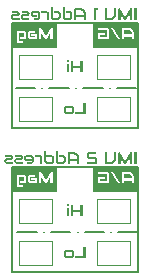
<source format=gbo>
%TF.GenerationSoftware,KiCad,Pcbnew,7.0.2*%
%TF.CreationDate,2023-08-01T20:03:33-04:00*%
%TF.ProjectId,imu-testbed,696d752d-7465-4737-9462-65642e6b6963,rev?*%
%TF.SameCoordinates,Original*%
%TF.FileFunction,Legend,Bot*%
%TF.FilePolarity,Positive*%
%FSLAX46Y46*%
G04 Gerber Fmt 4.6, Leading zero omitted, Abs format (unit mm)*
G04 Created by KiCad (PCBNEW 7.0.2) date 2023-08-01 20:03:33*
%MOMM*%
%LPD*%
G01*
G04 APERTURE LIST*
G04 Aperture macros list*
%AMFreePoly0*
4,1,6,0.500000,-0.750000,-0.650000,-0.750000,-0.150000,0.000000,-0.650000,0.750000,0.500000,0.750000,0.500000,-0.750000,0.500000,-0.750000,$1*%
%AMFreePoly1*
4,1,6,1.000000,0.000000,0.500000,-0.750000,-0.500000,-0.750000,-0.500000,0.750000,0.500000,0.750000,1.000000,0.000000,1.000000,0.000000,$1*%
G04 Aperture macros list end*
%ADD10C,0.150000*%
%ADD11C,0.120000*%
%ADD12R,2.000000X2.000000*%
%ADD13C,2.000000*%
%ADD14R,1.350000X1.350000*%
%ADD15O,1.350000X1.350000*%
%ADD16FreePoly0,180.000000*%
%ADD17FreePoly1,180.000000*%
%ADD18C,1.308000*%
G04 APERTURE END LIST*
D10*
X147180527Y-113284000D02*
X150876000Y-113284000D01*
X150876000Y-113665000D01*
X147180527Y-113665000D01*
X147180527Y-113284000D01*
G36*
X147180527Y-113284000D02*
G01*
X150876000Y-113284000D01*
X150876000Y-113665000D01*
X147180527Y-113665000D01*
X147180527Y-113284000D01*
G37*
X147182567Y-125476000D02*
X150876000Y-125476000D01*
X150876000Y-125857000D01*
X147182567Y-125857000D01*
X147182567Y-125476000D01*
G36*
X147182567Y-125476000D02*
G01*
X150876000Y-125476000D01*
X150876000Y-125857000D01*
X147182567Y-125857000D01*
X147182567Y-125476000D01*
G37*
X150749000Y-117094000D02*
X149099000Y-117094000D01*
X148499000Y-117094000D02*
X148499000Y-117094000D01*
X147899000Y-117094000D02*
X146249000Y-117094000D01*
X145649000Y-117094000D02*
X145649000Y-117094000D01*
X145049000Y-117094000D02*
X143399000Y-117094000D01*
X142799000Y-117094000D02*
X142799000Y-117094000D01*
X142199000Y-117094000D02*
X140549000Y-117094000D01*
X150876000Y-129286000D02*
X149226000Y-129286000D01*
X148626000Y-129286000D02*
X148626000Y-129286000D01*
X148026000Y-129286000D02*
X146376000Y-129286000D01*
X145776000Y-129286000D02*
X145776000Y-129286000D01*
X145176000Y-129286000D02*
X143526000Y-129286000D01*
X142926000Y-129286000D02*
X142926000Y-129286000D01*
X142326000Y-129286000D02*
X140676000Y-129286000D01*
G36*
X150592189Y-123528000D02*
G01*
X150770975Y-123528000D01*
X150770975Y-122542968D01*
X150592189Y-122542968D01*
X150592189Y-123528000D01*
G37*
G36*
X149238840Y-123528000D02*
G01*
X149418847Y-123528000D01*
X149418847Y-122941328D01*
X149735630Y-123498446D01*
X149741108Y-123507252D01*
X149747497Y-123515076D01*
X149754799Y-123521918D01*
X149763012Y-123527778D01*
X149768114Y-123530686D01*
X149777444Y-123534969D01*
X149787054Y-123538200D01*
X149796945Y-123540378D01*
X149807116Y-123541505D01*
X149813055Y-123541677D01*
X149823161Y-123541151D01*
X149832963Y-123539573D01*
X149842462Y-123536944D01*
X149851656Y-123533262D01*
X149856774Y-123530686D01*
X149865234Y-123525387D01*
X149872876Y-123519106D01*
X149879700Y-123511843D01*
X149885705Y-123503598D01*
X149888770Y-123498446D01*
X150206774Y-122941328D01*
X150206774Y-123528000D01*
X150385316Y-123528000D01*
X150385316Y-122619172D01*
X150384680Y-122607789D01*
X150382774Y-122596904D01*
X150379597Y-122586517D01*
X150375149Y-122576628D01*
X150369430Y-122567237D01*
X150367242Y-122564217D01*
X150359977Y-122555791D01*
X150351923Y-122548464D01*
X150343079Y-122542235D01*
X150333445Y-122537106D01*
X150323020Y-122533076D01*
X150319370Y-122531977D01*
X150309463Y-122530146D01*
X150299556Y-122529353D01*
X150290549Y-122529535D01*
X150280758Y-122530697D01*
X150271197Y-122532841D01*
X150262706Y-122535641D01*
X150253759Y-122539658D01*
X150244657Y-122545159D01*
X150238281Y-122550051D01*
X150231129Y-122556894D01*
X150224785Y-122564660D01*
X150219719Y-122572521D01*
X149813055Y-123279360D01*
X149406390Y-122572521D01*
X149400099Y-122563254D01*
X149392949Y-122555050D01*
X149384941Y-122547912D01*
X149376074Y-122541838D01*
X149366348Y-122536830D01*
X149362915Y-122535397D01*
X149352388Y-122531928D01*
X149341689Y-122529764D01*
X149330818Y-122528905D01*
X149319776Y-122529352D01*
X149308561Y-122531103D01*
X149304785Y-122531977D01*
X149294338Y-122535641D01*
X149284612Y-122540404D01*
X149275608Y-122546265D01*
X149267325Y-122553226D01*
X149259763Y-122561286D01*
X149257402Y-122564217D01*
X149251094Y-122573442D01*
X149246091Y-122583165D01*
X149242393Y-122593386D01*
X149240000Y-122604105D01*
X149238912Y-122615322D01*
X149238840Y-122619172D01*
X149238840Y-123528000D01*
G37*
G36*
X148073069Y-123438118D02*
G01*
X148073610Y-123448641D01*
X148075232Y-123458778D01*
X148077937Y-123468528D01*
X148079907Y-123473778D01*
X148084199Y-123482654D01*
X148090009Y-123491746D01*
X148096916Y-123500028D01*
X148099203Y-123502354D01*
X148107264Y-123509333D01*
X148116185Y-123515310D01*
X148124948Y-123519833D01*
X148128023Y-123521161D01*
X148137402Y-123524467D01*
X148147129Y-123526691D01*
X148157203Y-123527833D01*
X148162950Y-123528000D01*
X148565462Y-123528000D01*
X148576189Y-123527892D01*
X148586937Y-123527570D01*
X148597707Y-123527034D01*
X148608499Y-123526282D01*
X148619311Y-123525316D01*
X148630145Y-123524136D01*
X148641001Y-123522740D01*
X148651878Y-123521130D01*
X148662777Y-123519306D01*
X148673697Y-123517266D01*
X148680989Y-123515787D01*
X148691902Y-123513336D01*
X148702750Y-123510653D01*
X148713535Y-123507737D01*
X148724254Y-123504590D01*
X148734910Y-123501211D01*
X148745501Y-123497601D01*
X148756027Y-123493758D01*
X148766489Y-123489684D01*
X148776887Y-123485378D01*
X148787220Y-123480840D01*
X148794073Y-123477685D01*
X148804230Y-123472709D01*
X148814275Y-123467487D01*
X148824208Y-123462021D01*
X148834030Y-123456310D01*
X148843740Y-123450355D01*
X148853339Y-123444155D01*
X148862825Y-123437710D01*
X148872201Y-123431020D01*
X148881464Y-123424085D01*
X148890616Y-123416906D01*
X148896655Y-123411984D01*
X148905572Y-123404389D01*
X148914278Y-123396531D01*
X148922774Y-123388412D01*
X148931059Y-123380030D01*
X148939134Y-123371387D01*
X148946999Y-123362482D01*
X148954653Y-123353315D01*
X148962097Y-123343886D01*
X148969331Y-123334195D01*
X148976354Y-123324243D01*
X148980919Y-123317462D01*
X148987518Y-123307067D01*
X148993851Y-123296396D01*
X148999917Y-123285451D01*
X149005718Y-123274231D01*
X149011252Y-123262737D01*
X149016520Y-123250967D01*
X149021521Y-123238923D01*
X149026257Y-123226604D01*
X149030726Y-123214010D01*
X149034929Y-123201142D01*
X149037584Y-123192410D01*
X149041250Y-123179077D01*
X149044556Y-123165456D01*
X149047501Y-123151548D01*
X149050086Y-123137352D01*
X149052310Y-123122869D01*
X149053592Y-123113053D01*
X149054714Y-123103110D01*
X149055676Y-123093039D01*
X149056477Y-123082839D01*
X149057118Y-123072513D01*
X149057599Y-123062058D01*
X149057920Y-123051475D01*
X149058080Y-123040765D01*
X149058100Y-123035362D01*
X149058100Y-122542968D01*
X148879558Y-122542968D01*
X148879558Y-123035362D01*
X148879374Y-123049352D01*
X148878820Y-123062931D01*
X148877897Y-123076097D01*
X148876605Y-123088851D01*
X148874943Y-123101193D01*
X148872912Y-123113122D01*
X148870512Y-123124640D01*
X148867743Y-123135745D01*
X148864605Y-123146439D01*
X148861097Y-123156720D01*
X148858554Y-123163345D01*
X148854516Y-123172951D01*
X148850282Y-123182261D01*
X148845850Y-123191275D01*
X148841220Y-123199993D01*
X148834740Y-123211155D01*
X148827909Y-123221791D01*
X148820726Y-123231901D01*
X148813193Y-123241484D01*
X148805309Y-123250540D01*
X148797153Y-123259039D01*
X148788807Y-123267072D01*
X148780270Y-123274640D01*
X148771542Y-123281742D01*
X148762623Y-123288378D01*
X148753514Y-123294549D01*
X148744214Y-123300254D01*
X148734722Y-123305494D01*
X148725136Y-123310284D01*
X148715672Y-123314760D01*
X148706329Y-123318924D01*
X148697109Y-123322774D01*
X148685756Y-123327148D01*
X148674593Y-123331032D01*
X148663621Y-123334427D01*
X148661450Y-123335048D01*
X148650814Y-123337851D01*
X148640584Y-123340309D01*
X148630759Y-123342421D01*
X148619505Y-123344499D01*
X148608835Y-123346079D01*
X148600389Y-123347016D01*
X148589618Y-123347967D01*
X148579455Y-123348769D01*
X148569220Y-123349372D01*
X148565462Y-123349458D01*
X148251610Y-123349458D01*
X148251610Y-122542968D01*
X148073069Y-122542968D01*
X148073069Y-123438118D01*
G37*
G36*
X146542643Y-123528000D02*
G01*
X147447318Y-123528000D01*
X147447318Y-123197539D01*
X147447038Y-123186286D01*
X147446351Y-123176417D01*
X147445252Y-123166342D01*
X147443741Y-123156061D01*
X147441817Y-123145573D01*
X147441457Y-123143806D01*
X147439035Y-123133107D01*
X147436167Y-123122442D01*
X147432853Y-123111812D01*
X147429092Y-123101216D01*
X147424884Y-123090654D01*
X147423383Y-123087141D01*
X147418462Y-123076620D01*
X147413044Y-123066304D01*
X147407128Y-123056195D01*
X147401817Y-123047928D01*
X147396161Y-123039804D01*
X147391387Y-123033408D01*
X147385014Y-123025613D01*
X147378259Y-123018104D01*
X147371122Y-123010882D01*
X147363604Y-123003946D01*
X147355704Y-122997296D01*
X147347423Y-122990932D01*
X147344004Y-122988467D01*
X147335094Y-122982552D01*
X147325767Y-122977018D01*
X147316022Y-122971866D01*
X147305860Y-122967096D01*
X147295280Y-122962707D01*
X147284283Y-122958700D01*
X147279768Y-122957204D01*
X147268157Y-122953827D01*
X147258524Y-122951537D01*
X147248587Y-122949613D01*
X147238344Y-122948056D01*
X147227796Y-122946866D01*
X147216942Y-122946041D01*
X147205783Y-122945583D01*
X147197214Y-122945480D01*
X146794702Y-122945480D01*
X146783788Y-122945039D01*
X146773793Y-122943715D01*
X146763011Y-122940962D01*
X146753551Y-122936938D01*
X146744186Y-122930636D01*
X146740724Y-122927406D01*
X146733872Y-122918586D01*
X146729338Y-122909741D01*
X146726041Y-122899712D01*
X146723980Y-122888498D01*
X146723207Y-122878248D01*
X146723138Y-122873917D01*
X146723138Y-122795027D01*
X146723580Y-122784089D01*
X146724903Y-122774023D01*
X146727657Y-122763092D01*
X146731681Y-122753415D01*
X146736976Y-122744991D01*
X146741212Y-122740072D01*
X146749796Y-122732839D01*
X146758400Y-122728054D01*
X146768154Y-122724573D01*
X146779059Y-122722398D01*
X146789026Y-122721582D01*
X146793236Y-122721510D01*
X147366963Y-122721510D01*
X147366963Y-122542968D01*
X146793236Y-122542968D01*
X146782077Y-122543151D01*
X146771193Y-122543701D01*
X146760584Y-122544617D01*
X146750249Y-122545899D01*
X146740190Y-122547548D01*
X146730405Y-122549563D01*
X146720894Y-122551944D01*
X146711659Y-122554692D01*
X146700495Y-122558482D01*
X146689749Y-122562677D01*
X146679420Y-122567278D01*
X146669508Y-122572285D01*
X146660014Y-122577697D01*
X146650937Y-122583514D01*
X146647423Y-122585955D01*
X146638919Y-122592204D01*
X146630808Y-122598739D01*
X146623091Y-122605561D01*
X146615767Y-122612669D01*
X146608837Y-122620063D01*
X146602300Y-122627743D01*
X146599796Y-122630896D01*
X146593716Y-122638893D01*
X146587994Y-122647010D01*
X146582630Y-122655246D01*
X146576665Y-122665287D01*
X146571215Y-122675499D01*
X146567067Y-122684140D01*
X146562545Y-122694608D01*
X146558503Y-122705126D01*
X146554943Y-122715696D01*
X146551863Y-122726318D01*
X146549264Y-122736991D01*
X146548505Y-122740561D01*
X146546513Y-122751056D01*
X146544933Y-122761294D01*
X146543765Y-122771275D01*
X146542923Y-122782593D01*
X146542643Y-122793561D01*
X146542643Y-122873917D01*
X146542864Y-122886776D01*
X146543527Y-122899248D01*
X146544633Y-122911334D01*
X146546181Y-122923033D01*
X146548171Y-122934346D01*
X146550603Y-122945272D01*
X146553477Y-122955812D01*
X146556794Y-122965966D01*
X146560553Y-122975734D01*
X146564754Y-122985114D01*
X146567800Y-122991154D01*
X146572585Y-122999929D01*
X146577597Y-123008396D01*
X146584635Y-123019203D01*
X146592076Y-123029462D01*
X146599923Y-123039170D01*
X146608173Y-123048329D01*
X146616829Y-123056939D01*
X146625889Y-123064999D01*
X146630570Y-123068823D01*
X146640069Y-123076017D01*
X146649759Y-123082699D01*
X146659639Y-123088870D01*
X146669710Y-123094530D01*
X146679972Y-123099678D01*
X146690425Y-123104314D01*
X146701069Y-123108440D01*
X146711903Y-123112054D01*
X146722738Y-123115202D01*
X146733381Y-123117931D01*
X146743834Y-123120240D01*
X146754096Y-123122129D01*
X146764167Y-123123598D01*
X146774048Y-123124648D01*
X146786130Y-123125369D01*
X146793236Y-123125487D01*
X147197214Y-123125487D01*
X147207655Y-123125869D01*
X147218088Y-123127211D01*
X147228048Y-123129834D01*
X147232385Y-123131593D01*
X147241303Y-123136791D01*
X147249182Y-123143817D01*
X147252657Y-123148202D01*
X147257807Y-123157020D01*
X147261748Y-123166806D01*
X147263159Y-123171649D01*
X147265552Y-123181358D01*
X147267601Y-123191066D01*
X147268777Y-123197539D01*
X147268777Y-123349458D01*
X146542643Y-123349458D01*
X146542643Y-123528000D01*
G37*
G36*
X145447271Y-122543110D02*
G01*
X145460388Y-122543537D01*
X145473374Y-122544248D01*
X145486232Y-122545243D01*
X145498959Y-122546522D01*
X145511556Y-122548086D01*
X145524024Y-122549934D01*
X145536362Y-122552066D01*
X145548571Y-122554483D01*
X145560649Y-122557184D01*
X145572598Y-122560169D01*
X145584417Y-122563439D01*
X145596106Y-122566993D01*
X145607666Y-122570831D01*
X145619096Y-122574953D01*
X145630396Y-122579360D01*
X145641538Y-122584022D01*
X145652492Y-122588909D01*
X145663260Y-122594021D01*
X145673841Y-122599358D01*
X145684234Y-122604920D01*
X145694441Y-122610707D01*
X145704461Y-122616720D01*
X145714293Y-122622958D01*
X145723939Y-122629421D01*
X145733398Y-122636109D01*
X145742669Y-122643022D01*
X145751754Y-122650160D01*
X145760652Y-122657524D01*
X145769362Y-122665112D01*
X145777886Y-122672926D01*
X145786223Y-122680965D01*
X145794353Y-122689217D01*
X145802259Y-122697669D01*
X145809939Y-122706322D01*
X145817394Y-122715175D01*
X145824624Y-122724228D01*
X145831629Y-122733481D01*
X145838409Y-122742935D01*
X145844963Y-122752590D01*
X145851293Y-122762444D01*
X145857397Y-122772499D01*
X145863276Y-122782754D01*
X145868930Y-122793210D01*
X145874358Y-122803866D01*
X145879562Y-122814723D01*
X145884540Y-122825779D01*
X145889293Y-122837036D01*
X145893789Y-122848430D01*
X145897994Y-122859957D01*
X145901910Y-122871618D01*
X145905535Y-122883412D01*
X145908871Y-122895340D01*
X145911916Y-122907401D01*
X145914672Y-122919596D01*
X145917137Y-122931925D01*
X145919312Y-122944387D01*
X145921198Y-122956983D01*
X145922793Y-122969712D01*
X145924098Y-122982575D01*
X145925113Y-122995571D01*
X145925838Y-123008701D01*
X145926273Y-123021965D01*
X145926418Y-123035362D01*
X145926418Y-123528000D01*
X145747877Y-123528000D01*
X145747877Y-123286199D01*
X145119928Y-123286199D01*
X145119928Y-123528000D01*
X144941387Y-123528000D01*
X144941387Y-122721510D01*
X145119928Y-122721510D01*
X145119928Y-123107658D01*
X145747877Y-123107658D01*
X145747877Y-123035362D01*
X145747795Y-123026106D01*
X145747364Y-123012549D01*
X145746564Y-122999382D01*
X145745395Y-122986605D01*
X145743856Y-122974220D01*
X145741949Y-122962225D01*
X145739672Y-122950621D01*
X145737026Y-122939407D01*
X145734010Y-122928585D01*
X145730626Y-122918153D01*
X145726872Y-122908111D01*
X145722835Y-122898420D01*
X145718600Y-122889037D01*
X145714168Y-122879964D01*
X145709538Y-122871200D01*
X145703058Y-122859995D01*
X145696227Y-122849340D01*
X145689045Y-122839235D01*
X145681511Y-122829679D01*
X145673627Y-122820672D01*
X145665471Y-122812120D01*
X145657125Y-122804048D01*
X145648588Y-122796458D01*
X145639860Y-122789348D01*
X145630942Y-122782719D01*
X145621832Y-122776571D01*
X145612532Y-122770904D01*
X145603041Y-122765718D01*
X145600633Y-122764476D01*
X145591077Y-122759715D01*
X145581643Y-122755283D01*
X145572331Y-122751178D01*
X145563141Y-122747402D01*
X145551826Y-122743143D01*
X145540702Y-122739397D01*
X145529768Y-122736164D01*
X145521227Y-122733836D01*
X145510916Y-122731248D01*
X145501010Y-122729018D01*
X145489659Y-122726814D01*
X145478891Y-122725126D01*
X145468707Y-122723952D01*
X145465452Y-122723656D01*
X145455200Y-122722771D01*
X145444630Y-122721977D01*
X145434025Y-122721510D01*
X145119928Y-122721510D01*
X144941387Y-122721510D01*
X144941387Y-122632849D01*
X144941554Y-122627102D01*
X144942696Y-122617028D01*
X144944920Y-122607302D01*
X144948226Y-122597923D01*
X144949557Y-122594847D01*
X144954145Y-122586085D01*
X144960284Y-122577164D01*
X144967521Y-122569102D01*
X144971515Y-122565347D01*
X144979215Y-122559278D01*
X144987572Y-122554098D01*
X144996586Y-122549807D01*
X145001753Y-122547837D01*
X145011325Y-122545132D01*
X145021245Y-122543509D01*
X145031512Y-122542968D01*
X145434025Y-122542968D01*
X145447271Y-122543110D01*
G37*
G36*
X143949517Y-123277162D02*
G01*
X143949700Y-123288558D01*
X143950249Y-123299663D01*
X143951165Y-123310478D01*
X143952448Y-123321004D01*
X143954096Y-123331239D01*
X143956111Y-123341184D01*
X143958493Y-123350839D01*
X143961240Y-123360205D01*
X143965089Y-123371439D01*
X143969307Y-123382244D01*
X143973895Y-123392619D01*
X143978852Y-123402566D01*
X143984180Y-123412082D01*
X143989877Y-123421170D01*
X143992259Y-123424685D01*
X143998368Y-123433183D01*
X144004786Y-123441276D01*
X144011515Y-123448964D01*
X144018553Y-123456246D01*
X144025902Y-123463122D01*
X144033561Y-123469593D01*
X144036711Y-123472068D01*
X144044709Y-123478001D01*
X144052826Y-123483588D01*
X144062723Y-123489837D01*
X144072792Y-123495587D01*
X144083033Y-123500839D01*
X144089956Y-123504064D01*
X144100423Y-123508420D01*
X144110942Y-123512330D01*
X144121512Y-123515793D01*
X144132134Y-123518810D01*
X144142807Y-123521380D01*
X144146376Y-123522138D01*
X144156981Y-123524130D01*
X144167362Y-123525710D01*
X144177520Y-123526878D01*
X144187455Y-123527633D01*
X144198763Y-123527994D01*
X144200354Y-123528000D01*
X144522510Y-123528000D01*
X144533841Y-123527816D01*
X144544874Y-123527267D01*
X144555609Y-123526351D01*
X144566047Y-123525069D01*
X144576186Y-123523420D01*
X144586029Y-123521405D01*
X144595573Y-123519024D01*
X144604820Y-123516276D01*
X144615984Y-123512421D01*
X144626730Y-123508185D01*
X144637059Y-123503568D01*
X144646971Y-123498568D01*
X144656465Y-123493187D01*
X144665542Y-123487425D01*
X144669056Y-123485013D01*
X144677560Y-123478764D01*
X144685671Y-123472228D01*
X144693388Y-123465407D01*
X144700712Y-123458299D01*
X144707642Y-123450905D01*
X144714179Y-123443224D01*
X144716683Y-123440072D01*
X144722617Y-123432075D01*
X144728204Y-123423958D01*
X144734452Y-123414060D01*
X144740202Y-123403991D01*
X144745454Y-123393750D01*
X144748679Y-123386827D01*
X144753035Y-123376369D01*
X144756945Y-123365876D01*
X144760409Y-123355348D01*
X144763425Y-123344787D01*
X144765996Y-123334191D01*
X144766753Y-123330651D01*
X144768745Y-123320064D01*
X144770325Y-123309734D01*
X144771493Y-123299662D01*
X144772249Y-123289847D01*
X144772609Y-123278723D01*
X144772615Y-123277162D01*
X144772615Y-123035362D01*
X144772394Y-123022678D01*
X144771731Y-123010363D01*
X144770625Y-122998418D01*
X144769077Y-122986841D01*
X144767087Y-122975634D01*
X144764655Y-122964796D01*
X144761781Y-122954328D01*
X144758464Y-122944229D01*
X144754705Y-122934498D01*
X144750504Y-122925138D01*
X144747458Y-122919102D01*
X144742634Y-122910285D01*
X144737595Y-122901786D01*
X144730542Y-122890947D01*
X144723108Y-122880674D01*
X144715292Y-122870965D01*
X144707095Y-122861821D01*
X144698516Y-122853242D01*
X144689555Y-122845228D01*
X144684932Y-122841433D01*
X144675486Y-122834247D01*
X144665835Y-122827587D01*
X144655978Y-122821455D01*
X144645914Y-122815848D01*
X144635644Y-122810769D01*
X144625169Y-122806216D01*
X144614487Y-122802190D01*
X144603599Y-122798690D01*
X144592715Y-122795599D01*
X144582045Y-122792920D01*
X144571588Y-122790653D01*
X144561345Y-122788799D01*
X144551316Y-122787356D01*
X144541500Y-122786326D01*
X144529531Y-122785617D01*
X144522510Y-122785501D01*
X144200354Y-122785501D01*
X144200354Y-122964043D01*
X144521045Y-122964043D01*
X144531771Y-122964490D01*
X144541662Y-122965832D01*
X144552430Y-122968622D01*
X144561996Y-122972701D01*
X144570359Y-122978068D01*
X144575267Y-122982361D01*
X144582500Y-122991075D01*
X144587285Y-122999827D01*
X144590766Y-123009765D01*
X144592941Y-123020888D01*
X144593757Y-123031062D01*
X144593829Y-123035362D01*
X144593829Y-123275941D01*
X144593388Y-123286878D01*
X144592064Y-123296945D01*
X144589311Y-123307876D01*
X144585286Y-123317553D01*
X144579991Y-123325976D01*
X144575755Y-123330896D01*
X144566946Y-123338128D01*
X144558131Y-123342914D01*
X144548147Y-123346394D01*
X144536996Y-123348570D01*
X144526811Y-123349385D01*
X144522510Y-123349458D01*
X144200354Y-123349458D01*
X144189435Y-123349005D01*
X144179422Y-123347645D01*
X144168602Y-123344817D01*
X144159088Y-123340684D01*
X144150880Y-123335246D01*
X144146132Y-123330896D01*
X144139090Y-123321980D01*
X144134430Y-123313072D01*
X144131041Y-123302997D01*
X144128923Y-123291755D01*
X144128129Y-123281494D01*
X144128058Y-123277162D01*
X144128058Y-122471405D01*
X143949517Y-122471405D01*
X143949517Y-123277162D01*
G37*
G36*
X142969614Y-123277162D02*
G01*
X142969797Y-123288558D01*
X142970347Y-123299663D01*
X142971263Y-123310478D01*
X142972545Y-123321004D01*
X142974194Y-123331239D01*
X142976209Y-123341184D01*
X142978590Y-123350839D01*
X142981338Y-123360205D01*
X142985186Y-123371439D01*
X142989405Y-123382244D01*
X142993993Y-123392619D01*
X142998950Y-123402566D01*
X143004277Y-123412082D01*
X143009974Y-123421170D01*
X143012357Y-123424685D01*
X143018465Y-123433183D01*
X143024884Y-123441276D01*
X143031612Y-123448964D01*
X143038651Y-123456246D01*
X143046000Y-123463122D01*
X143053659Y-123469593D01*
X143056809Y-123472068D01*
X143064807Y-123478001D01*
X143072923Y-123483588D01*
X143082821Y-123489837D01*
X143092890Y-123495587D01*
X143103131Y-123500839D01*
X143110054Y-123504064D01*
X143120521Y-123508420D01*
X143131040Y-123512330D01*
X143141610Y-123515793D01*
X143152232Y-123518810D01*
X143162905Y-123521380D01*
X143166474Y-123522138D01*
X143177079Y-123524130D01*
X143187460Y-123525710D01*
X143197618Y-123526878D01*
X143207553Y-123527633D01*
X143218861Y-123527994D01*
X143220452Y-123528000D01*
X143542608Y-123528000D01*
X143553939Y-123527816D01*
X143564971Y-123527267D01*
X143575707Y-123526351D01*
X143586144Y-123525069D01*
X143596284Y-123523420D01*
X143606126Y-123521405D01*
X143615671Y-123519024D01*
X143624918Y-123516276D01*
X143636082Y-123512421D01*
X143646828Y-123508185D01*
X143657157Y-123503568D01*
X143667069Y-123498568D01*
X143676563Y-123493187D01*
X143685640Y-123487425D01*
X143689154Y-123485013D01*
X143697658Y-123478764D01*
X143705769Y-123472228D01*
X143713486Y-123465407D01*
X143720810Y-123458299D01*
X143727740Y-123450905D01*
X143734277Y-123443224D01*
X143736781Y-123440072D01*
X143742714Y-123432075D01*
X143748302Y-123423958D01*
X143754550Y-123414060D01*
X143760300Y-123403991D01*
X143765552Y-123393750D01*
X143768777Y-123386827D01*
X143773133Y-123376369D01*
X143777043Y-123365876D01*
X143780506Y-123355348D01*
X143783523Y-123344787D01*
X143786093Y-123334191D01*
X143786851Y-123330651D01*
X143788843Y-123320064D01*
X143790423Y-123309734D01*
X143791591Y-123299662D01*
X143792346Y-123289847D01*
X143792707Y-123278723D01*
X143792713Y-123277162D01*
X143792713Y-123035362D01*
X143792492Y-123022678D01*
X143791828Y-123010363D01*
X143790723Y-122998418D01*
X143789175Y-122986841D01*
X143787185Y-122975634D01*
X143784753Y-122964796D01*
X143781878Y-122954328D01*
X143778562Y-122944229D01*
X143774803Y-122934498D01*
X143770602Y-122925138D01*
X143767556Y-122919102D01*
X143762731Y-122910285D01*
X143757692Y-122901786D01*
X143750640Y-122890947D01*
X143743206Y-122880674D01*
X143735390Y-122870965D01*
X143727193Y-122861821D01*
X143718614Y-122853242D01*
X143709653Y-122845228D01*
X143705030Y-122841433D01*
X143695584Y-122834247D01*
X143685933Y-122827587D01*
X143676075Y-122821455D01*
X143666012Y-122815848D01*
X143655742Y-122810769D01*
X143645266Y-122806216D01*
X143634585Y-122802190D01*
X143623697Y-122798690D01*
X143612813Y-122795599D01*
X143602142Y-122792920D01*
X143591686Y-122790653D01*
X143581443Y-122788799D01*
X143571413Y-122787356D01*
X143561598Y-122786326D01*
X143549629Y-122785617D01*
X143542608Y-122785501D01*
X143220452Y-122785501D01*
X143220452Y-122964043D01*
X143541143Y-122964043D01*
X143551869Y-122964490D01*
X143561760Y-122965832D01*
X143572528Y-122968622D01*
X143582093Y-122972701D01*
X143590457Y-122978068D01*
X143595364Y-122982361D01*
X143602597Y-122991075D01*
X143607383Y-122999827D01*
X143610863Y-123009765D01*
X143613039Y-123020888D01*
X143613854Y-123031062D01*
X143613927Y-123035362D01*
X143613927Y-123275941D01*
X143613486Y-123286878D01*
X143612162Y-123296945D01*
X143609408Y-123307876D01*
X143605384Y-123317553D01*
X143600089Y-123325976D01*
X143595853Y-123330896D01*
X143587044Y-123338128D01*
X143578228Y-123342914D01*
X143568245Y-123346394D01*
X143557094Y-123348570D01*
X143546909Y-123349385D01*
X143542608Y-123349458D01*
X143220452Y-123349458D01*
X143209532Y-123349005D01*
X143199519Y-123347645D01*
X143188700Y-123344817D01*
X143179186Y-123340684D01*
X143170977Y-123335246D01*
X143166230Y-123330896D01*
X143159187Y-123321980D01*
X143154528Y-123313072D01*
X143151139Y-123302997D01*
X143149021Y-123291755D01*
X143148226Y-123281494D01*
X143148156Y-123277162D01*
X143148156Y-122471405D01*
X142969614Y-122471405D01*
X142969614Y-123277162D01*
G37*
G36*
X142154576Y-122964043D02*
G01*
X142556600Y-122964043D01*
X142567537Y-122964490D01*
X142577604Y-122965832D01*
X142588534Y-122968622D01*
X142598212Y-122972701D01*
X142606635Y-122978068D01*
X142611554Y-122982361D01*
X142618692Y-122991075D01*
X142623415Y-122999827D01*
X142626849Y-123009765D01*
X142628996Y-123020888D01*
X142629801Y-123031062D01*
X142629872Y-123035362D01*
X142629872Y-123528000D01*
X142808658Y-123528000D01*
X142808658Y-123035362D01*
X142808475Y-123024031D01*
X142807926Y-123012998D01*
X142807010Y-123002263D01*
X142805727Y-122991825D01*
X142804079Y-122981685D01*
X142802064Y-122971843D01*
X142799682Y-122962299D01*
X142796935Y-122953052D01*
X142793080Y-122941888D01*
X142788844Y-122931142D01*
X142784226Y-122920812D01*
X142779227Y-122910901D01*
X142773846Y-122901407D01*
X142768083Y-122892330D01*
X142765672Y-122888816D01*
X142759422Y-122880318D01*
X142752887Y-122872225D01*
X142746065Y-122864537D01*
X142738957Y-122857255D01*
X142731563Y-122850379D01*
X142723883Y-122843908D01*
X142720731Y-122841433D01*
X142712733Y-122835500D01*
X142704617Y-122829912D01*
X142694719Y-122823664D01*
X142684650Y-122817914D01*
X142674409Y-122812662D01*
X142667486Y-122809437D01*
X142657019Y-122805006D01*
X142646500Y-122801056D01*
X142635930Y-122797587D01*
X142625308Y-122794599D01*
X142614635Y-122792092D01*
X142611066Y-122791363D01*
X142600487Y-122789371D01*
X142590183Y-122787791D01*
X142580154Y-122786623D01*
X142570399Y-122785868D01*
X142559366Y-122785507D01*
X142557821Y-122785501D01*
X142154576Y-122785501D01*
X142154576Y-122964043D01*
G37*
G36*
X141245504Y-123031454D02*
G01*
X141245826Y-123043128D01*
X141246792Y-123055101D01*
X141248029Y-123064893D01*
X141249677Y-123074877D01*
X141251738Y-123085051D01*
X141254211Y-123095416D01*
X141257096Y-123105972D01*
X141258693Y-123111321D01*
X141262185Y-123121972D01*
X141266188Y-123132433D01*
X141270703Y-123142703D01*
X141275729Y-123152781D01*
X141281267Y-123162669D01*
X141287315Y-123172367D01*
X141293876Y-123181873D01*
X141300947Y-123191189D01*
X141308496Y-123200161D01*
X141316609Y-123208759D01*
X141325287Y-123216983D01*
X141334531Y-123224833D01*
X141344338Y-123232309D01*
X141354711Y-123239411D01*
X141365649Y-123246139D01*
X141374222Y-123250940D01*
X141377151Y-123252494D01*
X141386124Y-123256902D01*
X141395458Y-123260877D01*
X141405152Y-123264418D01*
X141415207Y-123267526D01*
X141425623Y-123270200D01*
X141436399Y-123272440D01*
X141447536Y-123274247D01*
X141459033Y-123275620D01*
X141470892Y-123276560D01*
X141483110Y-123277066D01*
X141491457Y-123277162D01*
X141813613Y-123277162D01*
X141813613Y-123107658D01*
X141491457Y-123107658D01*
X141480490Y-123107115D01*
X141470333Y-123105487D01*
X141459217Y-123102101D01*
X141449267Y-123097152D01*
X141440486Y-123090641D01*
X141435281Y-123085431D01*
X141428474Y-123076636D01*
X141423076Y-123067102D01*
X141419086Y-123056829D01*
X141416505Y-123045818D01*
X141415429Y-123036078D01*
X141415253Y-123029988D01*
X141415795Y-123019373D01*
X141417423Y-123009509D01*
X141420809Y-122998664D01*
X141425758Y-122988901D01*
X141432270Y-122980220D01*
X141437479Y-122975034D01*
X141446149Y-122968227D01*
X141455488Y-122962829D01*
X141465497Y-122958839D01*
X141476176Y-122956258D01*
X141487525Y-122955084D01*
X141491457Y-122955006D01*
X141813613Y-122955006D01*
X141824586Y-122955554D01*
X141834760Y-122957200D01*
X141845914Y-122960623D01*
X141855917Y-122965627D01*
X141864770Y-122972210D01*
X141870033Y-122977476D01*
X141876756Y-122986189D01*
X141882089Y-122995657D01*
X141886030Y-123005881D01*
X141888580Y-123016860D01*
X141889643Y-123026587D01*
X141889817Y-123032675D01*
X141889817Y-123282047D01*
X141889274Y-123292809D01*
X141887646Y-123302808D01*
X141884260Y-123313799D01*
X141879311Y-123323690D01*
X141872800Y-123332483D01*
X141867591Y-123337734D01*
X141858795Y-123344458D01*
X141849261Y-123349790D01*
X141838988Y-123353731D01*
X141827977Y-123356282D01*
X141818238Y-123357344D01*
X141812147Y-123357518D01*
X141491457Y-123357518D01*
X141491457Y-123528000D01*
X141813613Y-123528000D01*
X141825358Y-123527683D01*
X141837388Y-123526735D01*
X141847219Y-123525522D01*
X141857233Y-123523904D01*
X141867430Y-123521881D01*
X141877811Y-123519454D01*
X141888374Y-123516622D01*
X141893725Y-123515055D01*
X141904319Y-123511509D01*
X141914729Y-123507468D01*
X141924957Y-123502930D01*
X141935002Y-123497897D01*
X141944863Y-123492367D01*
X141954541Y-123486341D01*
X141964036Y-123479819D01*
X141973348Y-123472801D01*
X141982324Y-123465199D01*
X141990933Y-123457047D01*
X141999176Y-123448346D01*
X142007053Y-123439095D01*
X142014564Y-123429295D01*
X142021708Y-123418945D01*
X142028486Y-123408046D01*
X142033328Y-123399511D01*
X142034897Y-123396597D01*
X142039305Y-123387580D01*
X142043280Y-123378207D01*
X142046822Y-123368478D01*
X142049929Y-123358392D01*
X142052603Y-123347950D01*
X142054844Y-123337151D01*
X142056651Y-123325997D01*
X142058024Y-123314485D01*
X142058963Y-123302618D01*
X142059469Y-123290394D01*
X142059565Y-123282047D01*
X142059565Y-123031454D01*
X142059249Y-123019709D01*
X142058301Y-123007678D01*
X142057088Y-122997848D01*
X142055470Y-122987834D01*
X142053447Y-122977636D01*
X142051020Y-122967256D01*
X142048188Y-122956693D01*
X142046621Y-122951342D01*
X142043075Y-122940695D01*
X142039034Y-122930246D01*
X142034496Y-122919995D01*
X142029463Y-122909943D01*
X142023933Y-122900089D01*
X142017907Y-122890434D01*
X142011385Y-122880977D01*
X142004367Y-122871719D01*
X141996761Y-122862690D01*
X141988598Y-122854042D01*
X141979877Y-122845776D01*
X141970600Y-122837891D01*
X141960765Y-122830389D01*
X141950374Y-122823267D01*
X141939425Y-122816528D01*
X141930847Y-122811723D01*
X141927919Y-122810170D01*
X141918904Y-122805761D01*
X141909537Y-122801786D01*
X141899819Y-122798245D01*
X141889748Y-122795137D01*
X141879325Y-122792463D01*
X141868550Y-122790223D01*
X141857423Y-122788416D01*
X141845945Y-122787043D01*
X141834114Y-122786104D01*
X141821931Y-122785598D01*
X141813613Y-122785501D01*
X141491457Y-122785501D01*
X141479712Y-122785823D01*
X141467681Y-122786789D01*
X141457850Y-122788026D01*
X141447836Y-122789674D01*
X141437639Y-122791735D01*
X141427259Y-122794208D01*
X141416695Y-122797093D01*
X141411345Y-122798690D01*
X141400697Y-122802182D01*
X141390248Y-122806186D01*
X141379998Y-122810700D01*
X141369946Y-122815726D01*
X141360092Y-122821264D01*
X141350437Y-122827313D01*
X141340980Y-122833873D01*
X141331722Y-122840944D01*
X141322692Y-122848493D01*
X141314045Y-122856606D01*
X141305779Y-122865285D01*
X141297894Y-122874528D01*
X141290391Y-122884336D01*
X141283270Y-122894708D01*
X141276531Y-122905646D01*
X141271726Y-122914220D01*
X141270173Y-122917148D01*
X141265764Y-122926121D01*
X141261789Y-122935455D01*
X141258248Y-122945149D01*
X141255140Y-122955204D01*
X141252466Y-122965620D01*
X141250226Y-122976396D01*
X141248419Y-122987533D01*
X141247046Y-122999031D01*
X141246106Y-123010889D01*
X141245600Y-123023108D01*
X141245504Y-123031454D01*
G37*
G36*
X140412147Y-123277162D02*
G01*
X140412331Y-123288558D01*
X140412880Y-123299663D01*
X140413796Y-123310478D01*
X140415078Y-123321004D01*
X140416727Y-123331239D01*
X140418742Y-123341184D01*
X140421123Y-123350839D01*
X140423871Y-123360205D01*
X140427649Y-123371439D01*
X140431809Y-123382244D01*
X140436350Y-123392619D01*
X140441273Y-123402566D01*
X140446578Y-123412082D01*
X140452264Y-123421170D01*
X140454646Y-123424685D01*
X140460825Y-123433183D01*
X140467301Y-123441276D01*
X140474077Y-123448964D01*
X140481150Y-123456246D01*
X140488521Y-123463122D01*
X140496191Y-123469593D01*
X140499342Y-123472068D01*
X140507340Y-123478001D01*
X140515456Y-123483588D01*
X140525354Y-123489837D01*
X140535423Y-123495587D01*
X140545664Y-123500839D01*
X140552587Y-123504064D01*
X140563054Y-123508420D01*
X140573573Y-123512330D01*
X140584143Y-123515793D01*
X140594765Y-123518810D01*
X140605438Y-123521380D01*
X140609007Y-123522138D01*
X140619529Y-123524130D01*
X140629844Y-123525710D01*
X140639954Y-123526878D01*
X140649857Y-123527633D01*
X140661150Y-123527994D01*
X140662741Y-123528000D01*
X141146341Y-123528000D01*
X141146341Y-123349458D01*
X140664206Y-123349458D01*
X140653269Y-123349005D01*
X140643202Y-123347645D01*
X140632271Y-123344817D01*
X140622594Y-123340684D01*
X140614171Y-123335246D01*
X140609251Y-123330896D01*
X140602943Y-123323351D01*
X140597940Y-123314638D01*
X140594242Y-123304758D01*
X140591849Y-123293710D01*
X140590852Y-123283611D01*
X140590689Y-123277162D01*
X140591903Y-123264417D01*
X140594264Y-123252925D01*
X140597771Y-123242687D01*
X140602424Y-123233702D01*
X140610412Y-123223673D01*
X140620437Y-123215872D01*
X140629293Y-123211485D01*
X140639296Y-123208350D01*
X140650445Y-123206470D01*
X140662741Y-123205843D01*
X140939712Y-123205843D01*
X140950638Y-123205663D01*
X140961250Y-123205122D01*
X140971549Y-123204220D01*
X140981535Y-123202958D01*
X140991207Y-123201335D01*
X141003616Y-123198610D01*
X141015467Y-123195244D01*
X141026761Y-123191237D01*
X141037499Y-123186589D01*
X141040096Y-123185327D01*
X141050117Y-123179980D01*
X141059666Y-123174321D01*
X141068741Y-123168348D01*
X141077343Y-123162063D01*
X141085472Y-123155464D01*
X141093127Y-123148553D01*
X141100309Y-123141329D01*
X141107018Y-123133792D01*
X141113208Y-123125964D01*
X141118956Y-123117992D01*
X141125517Y-123107823D01*
X141131387Y-123097427D01*
X141136566Y-123086805D01*
X141141052Y-123075956D01*
X141144143Y-123067113D01*
X141147380Y-123056083D01*
X141150068Y-123045279D01*
X141152208Y-123034702D01*
X141153798Y-123024352D01*
X141154841Y-123014228D01*
X141155335Y-123004330D01*
X141155378Y-123000435D01*
X141155192Y-122989382D01*
X141154631Y-122978665D01*
X141153698Y-122968282D01*
X141152390Y-122958234D01*
X141150709Y-122948521D01*
X141147887Y-122936092D01*
X141144401Y-122924257D01*
X141140251Y-122913018D01*
X141135437Y-122902375D01*
X141134129Y-122899807D01*
X141128645Y-122889850D01*
X141122818Y-122880374D01*
X141116647Y-122871379D01*
X141110132Y-122862865D01*
X141103275Y-122854832D01*
X141096073Y-122847279D01*
X141088528Y-122840208D01*
X141080640Y-122833617D01*
X141072439Y-122827431D01*
X141064077Y-122821695D01*
X141055556Y-122816409D01*
X141046874Y-122811574D01*
X141038031Y-122807189D01*
X141029029Y-122803255D01*
X141019866Y-122799770D01*
X141010542Y-122796736D01*
X140998831Y-122793500D01*
X140987358Y-122790812D01*
X140976124Y-122788672D01*
X140965129Y-122787081D01*
X140954371Y-122786039D01*
X140943853Y-122785545D01*
X140939712Y-122785501D01*
X140500808Y-122785501D01*
X140500808Y-122964043D01*
X140938247Y-122964043D01*
X140948432Y-122964567D01*
X140958424Y-122966650D01*
X140959984Y-122967218D01*
X140968559Y-122972011D01*
X140971708Y-122975278D01*
X140975804Y-122984455D01*
X140976104Y-122986269D01*
X140976825Y-122996340D01*
X140976837Y-122997748D01*
X140975433Y-123007518D01*
X140972685Y-123014845D01*
X140966298Y-123022448D01*
X140964136Y-123023882D01*
X140954438Y-123026851D01*
X140952413Y-123027057D01*
X140942407Y-123027290D01*
X140939712Y-123027302D01*
X140662741Y-123027302D01*
X140650052Y-123027518D01*
X140637725Y-123028169D01*
X140625758Y-123029253D01*
X140614152Y-123030771D01*
X140602906Y-123032722D01*
X140592021Y-123035107D01*
X140581496Y-123037926D01*
X140571333Y-123041178D01*
X140561530Y-123044864D01*
X140552087Y-123048983D01*
X140545993Y-123051970D01*
X140537134Y-123056709D01*
X140528602Y-123061676D01*
X140517733Y-123068652D01*
X140507444Y-123076033D01*
X140497735Y-123083818D01*
X140488607Y-123092008D01*
X140480058Y-123100602D01*
X140472090Y-123109601D01*
X140468323Y-123114252D01*
X140461191Y-123123697D01*
X140454569Y-123133349D01*
X140448459Y-123143206D01*
X140442861Y-123153270D01*
X140437774Y-123163540D01*
X140433198Y-123174015D01*
X140429134Y-123184697D01*
X140425581Y-123195585D01*
X140422432Y-123206477D01*
X140419704Y-123217170D01*
X140417395Y-123227665D01*
X140415506Y-123237961D01*
X140414037Y-123248059D01*
X140412987Y-123257959D01*
X140412266Y-123270054D01*
X140412147Y-123277162D01*
G37*
G36*
X139573906Y-123277162D02*
G01*
X139574089Y-123288558D01*
X139574639Y-123299663D01*
X139575555Y-123310478D01*
X139576837Y-123321004D01*
X139578486Y-123331239D01*
X139580501Y-123341184D01*
X139582882Y-123350839D01*
X139585630Y-123360205D01*
X139589408Y-123371439D01*
X139593568Y-123382244D01*
X139598109Y-123392619D01*
X139603032Y-123402566D01*
X139608337Y-123412082D01*
X139614023Y-123421170D01*
X139616404Y-123424685D01*
X139622583Y-123433183D01*
X139629060Y-123441276D01*
X139635835Y-123448964D01*
X139642908Y-123456246D01*
X139650280Y-123463122D01*
X139657949Y-123469593D01*
X139661101Y-123472068D01*
X139669098Y-123478001D01*
X139677215Y-123483588D01*
X139687113Y-123489837D01*
X139697182Y-123495587D01*
X139707423Y-123500839D01*
X139714346Y-123504064D01*
X139724813Y-123508420D01*
X139735331Y-123512330D01*
X139745902Y-123515793D01*
X139756523Y-123518810D01*
X139767197Y-123521380D01*
X139770766Y-123522138D01*
X139781287Y-123524130D01*
X139791603Y-123525710D01*
X139801712Y-123526878D01*
X139811615Y-123527633D01*
X139822909Y-123527994D01*
X139824499Y-123528000D01*
X140308100Y-123528000D01*
X140308100Y-123349458D01*
X139825965Y-123349458D01*
X139815027Y-123349005D01*
X139804961Y-123347645D01*
X139794030Y-123344817D01*
X139784353Y-123340684D01*
X139775929Y-123335246D01*
X139771010Y-123330896D01*
X139764702Y-123323351D01*
X139759698Y-123314638D01*
X139756000Y-123304758D01*
X139753608Y-123293710D01*
X139752611Y-123283611D01*
X139752448Y-123277162D01*
X139753662Y-123264417D01*
X139756022Y-123252925D01*
X139759529Y-123242687D01*
X139764183Y-123233702D01*
X139772170Y-123223673D01*
X139782196Y-123215872D01*
X139791052Y-123211485D01*
X139801055Y-123208350D01*
X139812204Y-123206470D01*
X139824499Y-123205843D01*
X140101471Y-123205843D01*
X140112396Y-123205663D01*
X140123009Y-123205122D01*
X140133308Y-123204220D01*
X140143293Y-123202958D01*
X140152965Y-123201335D01*
X140165374Y-123198610D01*
X140177226Y-123195244D01*
X140188520Y-123191237D01*
X140199257Y-123186589D01*
X140201854Y-123185327D01*
X140211876Y-123179980D01*
X140221424Y-123174321D01*
X140230499Y-123168348D01*
X140239101Y-123162063D01*
X140247230Y-123155464D01*
X140254886Y-123148553D01*
X140262068Y-123141329D01*
X140268777Y-123133792D01*
X140274967Y-123125964D01*
X140280714Y-123117992D01*
X140287276Y-123107823D01*
X140293146Y-123097427D01*
X140298324Y-123086805D01*
X140302811Y-123075956D01*
X140305902Y-123067113D01*
X140309138Y-123056083D01*
X140311827Y-123045279D01*
X140313966Y-123034702D01*
X140315557Y-123024352D01*
X140316599Y-123014228D01*
X140317093Y-123004330D01*
X140317137Y-123000435D01*
X140316950Y-122989382D01*
X140316390Y-122978665D01*
X140315456Y-122968282D01*
X140314149Y-122958234D01*
X140312468Y-122948521D01*
X140309646Y-122936092D01*
X140306160Y-122924257D01*
X140302009Y-122913018D01*
X140297195Y-122902375D01*
X140295888Y-122899807D01*
X140290404Y-122889850D01*
X140284576Y-122880374D01*
X140278405Y-122871379D01*
X140271891Y-122862865D01*
X140265033Y-122854832D01*
X140257832Y-122847279D01*
X140250287Y-122840208D01*
X140242399Y-122833617D01*
X140234197Y-122827431D01*
X140225836Y-122821695D01*
X140217314Y-122816409D01*
X140208632Y-122811574D01*
X140199790Y-122807189D01*
X140190787Y-122803255D01*
X140181624Y-122799770D01*
X140172301Y-122796736D01*
X140160590Y-122793500D01*
X140149117Y-122790812D01*
X140137883Y-122788672D01*
X140126887Y-122787081D01*
X140116130Y-122786039D01*
X140105611Y-122785545D01*
X140101471Y-122785501D01*
X139662566Y-122785501D01*
X139662566Y-122964043D01*
X140100005Y-122964043D01*
X140110191Y-122964567D01*
X140120182Y-122966650D01*
X140121743Y-122967218D01*
X140130318Y-122972011D01*
X140133466Y-122975278D01*
X140137562Y-122984455D01*
X140137863Y-122986269D01*
X140138584Y-122996340D01*
X140138595Y-122997748D01*
X140137191Y-123007518D01*
X140134443Y-123014845D01*
X140128057Y-123022448D01*
X140125895Y-123023882D01*
X140116196Y-123026851D01*
X140114171Y-123027057D01*
X140104165Y-123027290D01*
X140101471Y-123027302D01*
X139824499Y-123027302D01*
X139811811Y-123027518D01*
X139799483Y-123028169D01*
X139787516Y-123029253D01*
X139775910Y-123030771D01*
X139764664Y-123032722D01*
X139753779Y-123035107D01*
X139743255Y-123037926D01*
X139733091Y-123041178D01*
X139723288Y-123044864D01*
X139713846Y-123048983D01*
X139707751Y-123051970D01*
X139698892Y-123056709D01*
X139690360Y-123061676D01*
X139679491Y-123068652D01*
X139669203Y-123076033D01*
X139659494Y-123083818D01*
X139650365Y-123092008D01*
X139641817Y-123100602D01*
X139633849Y-123109601D01*
X139630082Y-123114252D01*
X139622949Y-123123697D01*
X139616328Y-123133349D01*
X139610218Y-123143206D01*
X139604620Y-123153270D01*
X139599532Y-123163540D01*
X139594957Y-123174015D01*
X139590892Y-123184697D01*
X139587339Y-123195585D01*
X139584191Y-123206477D01*
X139581462Y-123217170D01*
X139579153Y-123227665D01*
X139577264Y-123237961D01*
X139575795Y-123248059D01*
X139574746Y-123257959D01*
X139574024Y-123270054D01*
X139573906Y-123277162D01*
G37*
G36*
X145549521Y-131529000D02*
G01*
X146364315Y-131529000D01*
X146374956Y-131528459D01*
X146385172Y-131526836D01*
X146394963Y-131524131D01*
X146400219Y-131522161D01*
X146409076Y-131517908D01*
X146418101Y-131512231D01*
X146426268Y-131505553D01*
X146428551Y-131503354D01*
X146435530Y-131495316D01*
X146441507Y-131486467D01*
X146446483Y-131476807D01*
X146447357Y-131474778D01*
X146450663Y-131465242D01*
X146452887Y-131455320D01*
X146454029Y-131445012D01*
X146454196Y-131439118D01*
X146454196Y-130543968D01*
X146275655Y-130543968D01*
X146275655Y-131350458D01*
X145549521Y-131350458D01*
X145549521Y-131529000D01*
G37*
G36*
X145215579Y-130786617D02*
G01*
X145227548Y-130787326D01*
X145237363Y-130788356D01*
X145247392Y-130789799D01*
X145257635Y-130791653D01*
X145268092Y-130793920D01*
X145278762Y-130796599D01*
X145289646Y-130799690D01*
X145300534Y-130803190D01*
X145311216Y-130807216D01*
X145321692Y-130811769D01*
X145331961Y-130816848D01*
X145342025Y-130822455D01*
X145351883Y-130828587D01*
X145361534Y-130835247D01*
X145370979Y-130842433D01*
X145375603Y-130846228D01*
X145384563Y-130854242D01*
X145393142Y-130862821D01*
X145401340Y-130871965D01*
X145409156Y-130881674D01*
X145416590Y-130891947D01*
X145423642Y-130902786D01*
X145428681Y-130911285D01*
X145433505Y-130920102D01*
X145436552Y-130926138D01*
X145440753Y-130935498D01*
X145444512Y-130945229D01*
X145447828Y-130955328D01*
X145450703Y-130965796D01*
X145453135Y-130976634D01*
X145455125Y-130987841D01*
X145456672Y-130999418D01*
X145457778Y-131011363D01*
X145458441Y-131023678D01*
X145458662Y-131036362D01*
X145458662Y-131278162D01*
X145458564Y-131286749D01*
X145458048Y-131299314D01*
X145457090Y-131311501D01*
X145455690Y-131323311D01*
X145453847Y-131334742D01*
X145451562Y-131345796D01*
X145448835Y-131356472D01*
X145445666Y-131366771D01*
X145442055Y-131376691D01*
X145438001Y-131386234D01*
X145433505Y-131395399D01*
X145431921Y-131398358D01*
X145427025Y-131407031D01*
X145420164Y-131418113D01*
X145412920Y-131428646D01*
X145405295Y-131438630D01*
X145397289Y-131448064D01*
X145388901Y-131456948D01*
X145380131Y-131465283D01*
X145370979Y-131473068D01*
X145361534Y-131480258D01*
X145351883Y-131486929D01*
X145342025Y-131493081D01*
X145331961Y-131498713D01*
X145321692Y-131503827D01*
X145311216Y-131508422D01*
X145300534Y-131512498D01*
X145289646Y-131516055D01*
X145284178Y-131517622D01*
X145273400Y-131520454D01*
X145262837Y-131522881D01*
X145252487Y-131524904D01*
X145242351Y-131526522D01*
X145232429Y-131527735D01*
X145220326Y-131528683D01*
X145208558Y-131529000D01*
X144886401Y-131529000D01*
X144884811Y-131528994D01*
X144873502Y-131528633D01*
X144863568Y-131527878D01*
X144853410Y-131526710D01*
X144843028Y-131525130D01*
X144832424Y-131523138D01*
X144828856Y-131522380D01*
X144818197Y-131519810D01*
X144807606Y-131516793D01*
X144797085Y-131513330D01*
X144786632Y-131509420D01*
X144776248Y-131505064D01*
X144769325Y-131501839D01*
X144759084Y-131496587D01*
X144749015Y-131490837D01*
X144739117Y-131484588D01*
X144731001Y-131479001D01*
X144723003Y-131473068D01*
X144719823Y-131470593D01*
X144712099Y-131464122D01*
X144704696Y-131457246D01*
X144697616Y-131449964D01*
X144690857Y-131442276D01*
X144684421Y-131434183D01*
X144678307Y-131425685D01*
X144675924Y-131422170D01*
X144670227Y-131413082D01*
X144664900Y-131403566D01*
X144659942Y-131393619D01*
X144655354Y-131383244D01*
X144651136Y-131372439D01*
X144647288Y-131361205D01*
X144644540Y-131351839D01*
X144642159Y-131342184D01*
X144640144Y-131332239D01*
X144638495Y-131322004D01*
X144637213Y-131311478D01*
X144636297Y-131300663D01*
X144635747Y-131289558D01*
X144635564Y-131278162D01*
X144814350Y-131278162D01*
X144814419Y-131282494D01*
X144815203Y-131292755D01*
X144817292Y-131303997D01*
X144820635Y-131314072D01*
X144825232Y-131322980D01*
X144832180Y-131331896D01*
X144836927Y-131336246D01*
X144845136Y-131341684D01*
X144854650Y-131345817D01*
X144865469Y-131348645D01*
X144875482Y-131350005D01*
X144886401Y-131350458D01*
X145207092Y-131350458D01*
X145213672Y-131350295D01*
X145223960Y-131349298D01*
X145235189Y-131346905D01*
X145245198Y-131343207D01*
X145253988Y-131338204D01*
X145261558Y-131331896D01*
X145265852Y-131326995D01*
X145271218Y-131318672D01*
X145275297Y-131309181D01*
X145278088Y-131298522D01*
X145279429Y-131288748D01*
X145279877Y-131278162D01*
X145279877Y-131036362D01*
X145279805Y-131032062D01*
X145279000Y-131021888D01*
X145276853Y-131010765D01*
X145273419Y-131000827D01*
X145268696Y-130992075D01*
X145261558Y-130983361D01*
X145256647Y-130979068D01*
X145248263Y-130973701D01*
X145238661Y-130969622D01*
X145227839Y-130966832D01*
X145217889Y-130965490D01*
X145207092Y-130965043D01*
X144886401Y-130965043D01*
X144882071Y-130965112D01*
X144871821Y-130965896D01*
X144860606Y-130967985D01*
X144850577Y-130971328D01*
X144841733Y-130975925D01*
X144832912Y-130982872D01*
X144828562Y-130987631D01*
X144823123Y-130995900D01*
X144818990Y-131005526D01*
X144816163Y-131016508D01*
X144814803Y-131026697D01*
X144814350Y-131037827D01*
X144814350Y-131278162D01*
X144635564Y-131278162D01*
X144635564Y-131036362D01*
X144635682Y-131029253D01*
X144636404Y-131017158D01*
X144637453Y-131007259D01*
X144638922Y-130997161D01*
X144640811Y-130986864D01*
X144643120Y-130976370D01*
X144645849Y-130965676D01*
X144648997Y-130954785D01*
X144652608Y-130943897D01*
X144656722Y-130933215D01*
X144661339Y-130922739D01*
X144666461Y-130912469D01*
X144672086Y-130902406D01*
X144678215Y-130892548D01*
X144684848Y-130882897D01*
X144691984Y-130873452D01*
X144695751Y-130868801D01*
X144703719Y-130859802D01*
X144712268Y-130851207D01*
X144721396Y-130843018D01*
X144731105Y-130835232D01*
X144741394Y-130827852D01*
X144752263Y-130820876D01*
X144760795Y-130815909D01*
X144769653Y-130811170D01*
X144775748Y-130808183D01*
X144785190Y-130804063D01*
X144794994Y-130800377D01*
X144805157Y-130797125D01*
X144815682Y-130794307D01*
X144826567Y-130791922D01*
X144837812Y-130789970D01*
X144849419Y-130788453D01*
X144861386Y-130787368D01*
X144873713Y-130786718D01*
X144886401Y-130786501D01*
X145208558Y-130786501D01*
X145215579Y-130786617D01*
G37*
G36*
X146020189Y-127390480D02*
G01*
X145393218Y-127390480D01*
X145393218Y-126987968D01*
X145214432Y-126987968D01*
X145214432Y-127973000D01*
X145393218Y-127973000D01*
X145393218Y-127570487D01*
X146020189Y-127570487D01*
X146020189Y-127973000D01*
X146198975Y-127973000D01*
X146198975Y-126987968D01*
X146020189Y-126987968D01*
X146020189Y-127390480D01*
G37*
G36*
X144850755Y-127077849D02*
G01*
X145029540Y-127077849D01*
X145029540Y-126916405D01*
X144850755Y-126916405D01*
X144850755Y-127077849D01*
G37*
G36*
X144850755Y-127973000D02*
G01*
X145029540Y-127973000D01*
X145029540Y-127230501D01*
X144850755Y-127230501D01*
X144850755Y-127973000D01*
G37*
G36*
X144028053Y-125869013D02*
G01*
X140246631Y-125869013D01*
X140246631Y-125250563D01*
X140614488Y-125250563D01*
X140614671Y-125261897D01*
X140615221Y-125272941D01*
X140616137Y-125283696D01*
X140617419Y-125294160D01*
X140619068Y-125304334D01*
X140621083Y-125314218D01*
X140623464Y-125323813D01*
X140626212Y-125333117D01*
X140630060Y-125344421D01*
X140634278Y-125355285D01*
X140638866Y-125365707D01*
X140643824Y-125375688D01*
X140649151Y-125385227D01*
X140654848Y-125394325D01*
X140657230Y-125397841D01*
X140663345Y-125406340D01*
X140669781Y-125414432D01*
X140676540Y-125422120D01*
X140683620Y-125429402D01*
X140691023Y-125436278D01*
X140698747Y-125442749D01*
X140701927Y-125445224D01*
X140709924Y-125451151D01*
X140718041Y-125456721D01*
X140727939Y-125462932D01*
X140738008Y-125468628D01*
X140748249Y-125473808D01*
X140755172Y-125476976D01*
X140765556Y-125481415D01*
X140776009Y-125485391D01*
X140786530Y-125488903D01*
X140797121Y-125491951D01*
X140807779Y-125494535D01*
X140811348Y-125495294D01*
X140821952Y-125497286D01*
X140832334Y-125498866D01*
X140842492Y-125500034D01*
X140852426Y-125500789D01*
X140863735Y-125501150D01*
X140865325Y-125501156D01*
X141187482Y-125501156D01*
X141187482Y-125322614D01*
X140865325Y-125322614D01*
X140854406Y-125322161D01*
X140844393Y-125320802D01*
X140833574Y-125317974D01*
X140824060Y-125313841D01*
X140815851Y-125308402D01*
X140811103Y-125304052D01*
X140804156Y-125295148D01*
X140799559Y-125286269D01*
X140796216Y-125276240D01*
X140794127Y-125265060D01*
X140793343Y-125254865D01*
X140793274Y-125250563D01*
X140793274Y-124686362D01*
X140793709Y-124675859D01*
X140795381Y-124664341D01*
X140798306Y-124654008D01*
X140802485Y-124644861D01*
X140808944Y-124635686D01*
X140811103Y-124633361D01*
X140819792Y-124626223D01*
X140828654Y-124621501D01*
X140838820Y-124618066D01*
X140850292Y-124615919D01*
X140860849Y-124615114D01*
X140865325Y-124615043D01*
X141187482Y-124615043D01*
X141197452Y-124615538D01*
X141208534Y-124617438D01*
X141218655Y-124620764D01*
X141227814Y-124625515D01*
X141236012Y-124631692D01*
X141239750Y-124635315D01*
X141246224Y-124643286D01*
X141251359Y-124651996D01*
X141255154Y-124661444D01*
X141257610Y-124671631D01*
X141258726Y-124682556D01*
X141258801Y-124686362D01*
X141258801Y-124928162D01*
X141258353Y-124938748D01*
X141257012Y-124948522D01*
X141254221Y-124959181D01*
X141250142Y-124968672D01*
X141244776Y-124976995D01*
X141240482Y-124981896D01*
X141232912Y-124988204D01*
X141224122Y-124993207D01*
X141214113Y-124996905D01*
X141202884Y-124999298D01*
X141192596Y-125000295D01*
X141186016Y-125000458D01*
X140865325Y-125000458D01*
X140865325Y-125179000D01*
X141187482Y-125179000D01*
X141198735Y-125178719D01*
X141208604Y-125178032D01*
X141218679Y-125176933D01*
X141228960Y-125175422D01*
X141239447Y-125173498D01*
X141241215Y-125173138D01*
X141251740Y-125170716D01*
X141262247Y-125167848D01*
X141272737Y-125164534D01*
X141283210Y-125160773D01*
X141293665Y-125156565D01*
X141297147Y-125155064D01*
X141307428Y-125150144D01*
X141317572Y-125144725D01*
X141327578Y-125138809D01*
X141335812Y-125133499D01*
X141343950Y-125127842D01*
X141350392Y-125123068D01*
X141358181Y-125116759D01*
X141365671Y-125110045D01*
X141372864Y-125102925D01*
X141379758Y-125095400D01*
X141386354Y-125087469D01*
X141392652Y-125079133D01*
X141395088Y-125075685D01*
X141400863Y-125066769D01*
X141406279Y-125057424D01*
X141411338Y-125047649D01*
X141416040Y-125037446D01*
X141420383Y-125026812D01*
X141424369Y-125015750D01*
X141425863Y-125011205D01*
X141429240Y-124999453D01*
X141431530Y-124989725D01*
X141433453Y-124979707D01*
X141435010Y-124969400D01*
X141436201Y-124958802D01*
X141437025Y-124947914D01*
X141437483Y-124936736D01*
X141437527Y-124933047D01*
X141570210Y-124933047D01*
X141570532Y-124944792D01*
X141571498Y-124956822D01*
X141572735Y-124966653D01*
X141574383Y-124976667D01*
X141576444Y-124986864D01*
X141578917Y-124997245D01*
X141581802Y-125007808D01*
X141583399Y-125013159D01*
X141586891Y-125023806D01*
X141590895Y-125034255D01*
X141595409Y-125044506D01*
X141600435Y-125054558D01*
X141605973Y-125064411D01*
X141612022Y-125074067D01*
X141618582Y-125083523D01*
X141625653Y-125092782D01*
X141633202Y-125101758D01*
X141641315Y-125110367D01*
X141649994Y-125118610D01*
X141659237Y-125126487D01*
X141669045Y-125133998D01*
X141679417Y-125141142D01*
X141690355Y-125147920D01*
X141698929Y-125152762D01*
X141701857Y-125154331D01*
X141710830Y-125158740D01*
X141720164Y-125162714D01*
X141729858Y-125166256D01*
X141739913Y-125169363D01*
X141750329Y-125172037D01*
X141761105Y-125174278D01*
X141772242Y-125176085D01*
X141783740Y-125177458D01*
X141795598Y-125178397D01*
X141807817Y-125178903D01*
X141816163Y-125179000D01*
X142138319Y-125179000D01*
X142513720Y-125179000D01*
X142693727Y-125179000D01*
X142693727Y-124592328D01*
X143010510Y-125149446D01*
X143015988Y-125158252D01*
X143022378Y-125166076D01*
X143029679Y-125172918D01*
X143037892Y-125178778D01*
X143042995Y-125181686D01*
X143052325Y-125185969D01*
X143061935Y-125189200D01*
X143071826Y-125191378D01*
X143081997Y-125192505D01*
X143087935Y-125192677D01*
X143098042Y-125192151D01*
X143107844Y-125190573D01*
X143117342Y-125187944D01*
X143126537Y-125184262D01*
X143131655Y-125181686D01*
X143140115Y-125176387D01*
X143147757Y-125170106D01*
X143154580Y-125162843D01*
X143160586Y-125154598D01*
X143163651Y-125149446D01*
X143481655Y-124592328D01*
X143481655Y-125179000D01*
X143660196Y-125179000D01*
X143660196Y-124270172D01*
X143659561Y-124258789D01*
X143657655Y-124247904D01*
X143654478Y-124237517D01*
X143650030Y-124227628D01*
X143644311Y-124218237D01*
X143642122Y-124215217D01*
X143634858Y-124206791D01*
X143626804Y-124199464D01*
X143617959Y-124193235D01*
X143608325Y-124188106D01*
X143597901Y-124184076D01*
X143594251Y-124182977D01*
X143584344Y-124181146D01*
X143574437Y-124180353D01*
X143565430Y-124180535D01*
X143555638Y-124181697D01*
X143546078Y-124183841D01*
X143537586Y-124186641D01*
X143528640Y-124190658D01*
X143519538Y-124196159D01*
X143513162Y-124201051D01*
X143506010Y-124207894D01*
X143499666Y-124215660D01*
X143494600Y-124223521D01*
X143087935Y-124930360D01*
X142681271Y-124223521D01*
X142674980Y-124214254D01*
X142667830Y-124206050D01*
X142659821Y-124198912D01*
X142650954Y-124192838D01*
X142641228Y-124187830D01*
X142637796Y-124186397D01*
X142627268Y-124182928D01*
X142616570Y-124180764D01*
X142605699Y-124179905D01*
X142594656Y-124180352D01*
X142583442Y-124182103D01*
X142579666Y-124182977D01*
X142569219Y-124186641D01*
X142559493Y-124191404D01*
X142550488Y-124197265D01*
X142542205Y-124204226D01*
X142534643Y-124212286D01*
X142532283Y-124215217D01*
X142525974Y-124224442D01*
X142520971Y-124234165D01*
X142517273Y-124244386D01*
X142514881Y-124255105D01*
X142513793Y-124266322D01*
X142513720Y-124270172D01*
X142513720Y-125179000D01*
X142138319Y-125179000D01*
X142150064Y-125178683D01*
X142162095Y-125177735D01*
X142171925Y-125176522D01*
X142181939Y-125174904D01*
X142192136Y-125172881D01*
X142202517Y-125170454D01*
X142213080Y-125167622D01*
X142218431Y-125166055D01*
X142229025Y-125162509D01*
X142239436Y-125158468D01*
X142249663Y-125153930D01*
X142259708Y-125148897D01*
X142269569Y-125143367D01*
X142279247Y-125137341D01*
X142288742Y-125130819D01*
X142298054Y-125123801D01*
X142307030Y-125116199D01*
X142315639Y-125108047D01*
X142323883Y-125099346D01*
X142331759Y-125090095D01*
X142339270Y-125080295D01*
X142346414Y-125069945D01*
X142353192Y-125059046D01*
X142358035Y-125050511D01*
X142359603Y-125047597D01*
X142364012Y-125038580D01*
X142367987Y-125029207D01*
X142371528Y-125019478D01*
X142374636Y-125009392D01*
X142377310Y-124998950D01*
X142379550Y-124988151D01*
X142381357Y-124976997D01*
X142382730Y-124965485D01*
X142383669Y-124953618D01*
X142384175Y-124941394D01*
X142384272Y-124933047D01*
X142383956Y-124921296D01*
X142383008Y-124909248D01*
X142381794Y-124899394D01*
X142380176Y-124889349D01*
X142378153Y-124879114D01*
X142375726Y-124868688D01*
X142372894Y-124858071D01*
X142371327Y-124852691D01*
X142367781Y-124841986D01*
X142363740Y-124831488D01*
X142359202Y-124821195D01*
X142354169Y-124811109D01*
X142348639Y-124801228D01*
X142342613Y-124791554D01*
X142336091Y-124782086D01*
X142329073Y-124772824D01*
X142321471Y-124763794D01*
X142313319Y-124755147D01*
X142304618Y-124746880D01*
X142295367Y-124738996D01*
X142285567Y-124731493D01*
X142275217Y-124724372D01*
X142264318Y-124717632D01*
X142255783Y-124712828D01*
X142252869Y-124711274D01*
X142243852Y-124706822D01*
X142234479Y-124702808D01*
X142224750Y-124699232D01*
X142214664Y-124696093D01*
X142204222Y-124693393D01*
X142193424Y-124691130D01*
X142182269Y-124689305D01*
X142170758Y-124687919D01*
X142158890Y-124686970D01*
X142146666Y-124686459D01*
X142138319Y-124686362D01*
X141816163Y-124686362D01*
X141816163Y-124856843D01*
X142138319Y-124856843D01*
X142149292Y-124857392D01*
X142159466Y-124859038D01*
X142170620Y-124862461D01*
X142180624Y-124867464D01*
X142189477Y-124874047D01*
X142194739Y-124879314D01*
X142201463Y-124888026D01*
X142206795Y-124897494D01*
X142210736Y-124907718D01*
X142213286Y-124918698D01*
X142214349Y-124928424D01*
X142214523Y-124934512D01*
X142213962Y-124945051D01*
X142212281Y-124954839D01*
X142208783Y-124965592D01*
X142203671Y-124975264D01*
X142196945Y-124983853D01*
X142191564Y-124988979D01*
X142182645Y-124995619D01*
X142173108Y-125000885D01*
X142162953Y-125004778D01*
X142152180Y-125007297D01*
X142140788Y-125008442D01*
X142136854Y-125008518D01*
X141816163Y-125008518D01*
X141805196Y-125007981D01*
X141795040Y-125006371D01*
X141783923Y-125003023D01*
X141773974Y-124998128D01*
X141765192Y-124991688D01*
X141759987Y-124986536D01*
X141753181Y-124977907D01*
X141747782Y-124968504D01*
X141743792Y-124958329D01*
X141741211Y-124947381D01*
X141740135Y-124937667D01*
X141739959Y-124931581D01*
X141739959Y-124682454D01*
X141740490Y-124671821D01*
X141742082Y-124661903D01*
X141745393Y-124650946D01*
X141750233Y-124641020D01*
X141756602Y-124632125D01*
X141761697Y-124626766D01*
X141770160Y-124619711D01*
X141779431Y-124614115D01*
X141789509Y-124609979D01*
X141800394Y-124607303D01*
X141812086Y-124606087D01*
X141816163Y-124606006D01*
X142208417Y-124606006D01*
X142208417Y-124436501D01*
X141816163Y-124436501D01*
X141804424Y-124436823D01*
X141792411Y-124437789D01*
X141782603Y-124439026D01*
X141772620Y-124440674D01*
X141762461Y-124442735D01*
X141752126Y-124445208D01*
X141741616Y-124448093D01*
X141736295Y-124449690D01*
X141725648Y-124453182D01*
X141715199Y-124457186D01*
X141704948Y-124461700D01*
X141694896Y-124466726D01*
X141685043Y-124472264D01*
X141675387Y-124478313D01*
X141665931Y-124484873D01*
X141656672Y-124491944D01*
X141647643Y-124499493D01*
X141638995Y-124507606D01*
X141630729Y-124516285D01*
X141622845Y-124525528D01*
X141615342Y-124535336D01*
X141608221Y-124545708D01*
X141601481Y-124556646D01*
X141596677Y-124565220D01*
X141595123Y-124568148D01*
X141590671Y-124577121D01*
X141586657Y-124586455D01*
X141583080Y-124596149D01*
X141579942Y-124606204D01*
X141577241Y-124616620D01*
X141574979Y-124627396D01*
X141573154Y-124638533D01*
X141571767Y-124650031D01*
X141570818Y-124661889D01*
X141570308Y-124674108D01*
X141570210Y-124682454D01*
X141570210Y-124933047D01*
X141437527Y-124933047D01*
X141437586Y-124928162D01*
X141437586Y-124686362D01*
X141437306Y-124675120D01*
X141436619Y-124665280D01*
X141435520Y-124655251D01*
X141434009Y-124645032D01*
X141432085Y-124634625D01*
X141431725Y-124632872D01*
X141429303Y-124622348D01*
X141426435Y-124611841D01*
X141423121Y-124601351D01*
X141419360Y-124590878D01*
X141415152Y-124580422D01*
X141413651Y-124576941D01*
X141408730Y-124566585D01*
X141403312Y-124556402D01*
X141397396Y-124546390D01*
X141392085Y-124538177D01*
X141386429Y-124530084D01*
X141381655Y-124523696D01*
X141375282Y-124515907D01*
X141368527Y-124508416D01*
X141361390Y-124501224D01*
X141353872Y-124494330D01*
X141345972Y-124487733D01*
X141337691Y-124481435D01*
X141334272Y-124479000D01*
X141325362Y-124473161D01*
X141316035Y-124467703D01*
X141306290Y-124462628D01*
X141296128Y-124457934D01*
X141285548Y-124453621D01*
X141274551Y-124449690D01*
X141270036Y-124448225D01*
X141258360Y-124444847D01*
X141248694Y-124442558D01*
X141238737Y-124440634D01*
X141228490Y-124439077D01*
X141217953Y-124437887D01*
X141207127Y-124437062D01*
X141196010Y-124436604D01*
X141187482Y-124436501D01*
X140865325Y-124436501D01*
X140854060Y-124436782D01*
X140844163Y-124437469D01*
X140834042Y-124438568D01*
X140823698Y-124440079D01*
X140813131Y-124442002D01*
X140811348Y-124442363D01*
X140800666Y-124444710D01*
X140790053Y-124447538D01*
X140779508Y-124450847D01*
X140769033Y-124454636D01*
X140758626Y-124458907D01*
X140755172Y-124460437D01*
X140744816Y-124465357D01*
X140734633Y-124470775D01*
X140724621Y-124476692D01*
X140716408Y-124482002D01*
X140708315Y-124487659D01*
X140701927Y-124492433D01*
X140694074Y-124498742D01*
X140686542Y-124505456D01*
X140679333Y-124512576D01*
X140672446Y-124520101D01*
X140665881Y-124528032D01*
X140659638Y-124536368D01*
X140657230Y-124539816D01*
X140651386Y-124548726D01*
X140645910Y-124558053D01*
X140640805Y-124567798D01*
X140636069Y-124577960D01*
X140631703Y-124588539D01*
X140627707Y-124599536D01*
X140626212Y-124604052D01*
X140622834Y-124615657D01*
X140620544Y-124625276D01*
X140618621Y-124635193D01*
X140617064Y-124645407D01*
X140615873Y-124655919D01*
X140615049Y-124666729D01*
X140614591Y-124677836D01*
X140614488Y-124686362D01*
X140614488Y-125250563D01*
X140246631Y-125250563D01*
X140246631Y-123812048D01*
X144028053Y-123812048D01*
X144028053Y-125869013D01*
G37*
X140208000Y-123825000D02*
X150876000Y-123825000D01*
X150876000Y-132715000D01*
X140208000Y-132715000D01*
X140208000Y-123825000D01*
G36*
X150054971Y-124372977D02*
G01*
X150065541Y-124373771D01*
X150075792Y-124374656D01*
X150079048Y-124374952D01*
X150089231Y-124376126D01*
X150099999Y-124377814D01*
X150111351Y-124380018D01*
X150121256Y-124382248D01*
X150131567Y-124384836D01*
X150140108Y-124387164D01*
X150151042Y-124390397D01*
X150162167Y-124394143D01*
X150173482Y-124398402D01*
X150182671Y-124402178D01*
X150191983Y-124406283D01*
X150201417Y-124410715D01*
X150210973Y-124415476D01*
X150213381Y-124416718D01*
X150222872Y-124421904D01*
X150232173Y-124427571D01*
X150241282Y-124433719D01*
X150250201Y-124440348D01*
X150258929Y-124447458D01*
X150267466Y-124455048D01*
X150275812Y-124463120D01*
X150283967Y-124471672D01*
X150291852Y-124480679D01*
X150299385Y-124490235D01*
X150306567Y-124500340D01*
X150313399Y-124510995D01*
X150319879Y-124522200D01*
X150324508Y-124530964D01*
X150328941Y-124540037D01*
X150333175Y-124549420D01*
X150337212Y-124559111D01*
X150340966Y-124569153D01*
X150344351Y-124579585D01*
X150347366Y-124590407D01*
X150350012Y-124601621D01*
X150352289Y-124613225D01*
X150354197Y-124625220D01*
X150355735Y-124637605D01*
X150356904Y-124650382D01*
X150357704Y-124663549D01*
X150358135Y-124677106D01*
X150358217Y-124686362D01*
X150358217Y-124758658D01*
X149730269Y-124758658D01*
X149730269Y-124372510D01*
X150044365Y-124372510D01*
X150054971Y-124372977D01*
G37*
G36*
X150904616Y-125546857D02*
G01*
X147106341Y-125546857D01*
X147106341Y-125089118D01*
X147474198Y-125089118D01*
X147474739Y-125099641D01*
X147476362Y-125109778D01*
X147479066Y-125119528D01*
X147481036Y-125124778D01*
X147485289Y-125133654D01*
X147490966Y-125142746D01*
X147497644Y-125151028D01*
X147499843Y-125153354D01*
X147507776Y-125160333D01*
X147516616Y-125166310D01*
X147525346Y-125170833D01*
X147528420Y-125172161D01*
X147537856Y-125175467D01*
X147547757Y-125177691D01*
X147558121Y-125178833D01*
X147564079Y-125179000D01*
X148208392Y-125179000D01*
X148219371Y-125178719D01*
X148230725Y-125177878D01*
X148240754Y-125176710D01*
X148251058Y-125175130D01*
X148261637Y-125173138D01*
X148272327Y-125170716D01*
X148282966Y-125167848D01*
X148293553Y-125164534D01*
X148304089Y-125160773D01*
X148314573Y-125156565D01*
X148318057Y-125155064D01*
X148328412Y-125150144D01*
X148338596Y-125144725D01*
X148348608Y-125138809D01*
X148356820Y-125133499D01*
X148364913Y-125127842D01*
X148371302Y-125123068D01*
X148379096Y-125116759D01*
X148386605Y-125110045D01*
X148393827Y-125102925D01*
X148400763Y-125095400D01*
X148407413Y-125087469D01*
X148413777Y-125079133D01*
X148416242Y-125075685D01*
X148422158Y-125066769D01*
X148427691Y-125057424D01*
X148432843Y-125047649D01*
X148437614Y-125037446D01*
X148442002Y-125026812D01*
X148446009Y-125015750D01*
X148447505Y-125011205D01*
X148450883Y-124999453D01*
X148453173Y-124989725D01*
X148455096Y-124979707D01*
X148456653Y-124969400D01*
X148457844Y-124958802D01*
X148458668Y-124947914D01*
X148459126Y-124936736D01*
X148459229Y-124928162D01*
X148459229Y-124444561D01*
X148458949Y-124433593D01*
X148458107Y-124422275D01*
X148456939Y-124412294D01*
X148455359Y-124402056D01*
X148453367Y-124391561D01*
X148450946Y-124380870D01*
X148448078Y-124370231D01*
X148444763Y-124359644D01*
X148441002Y-124349108D01*
X148436795Y-124338624D01*
X148435293Y-124335140D01*
X148430365Y-124324785D01*
X148424921Y-124314601D01*
X148418961Y-124304589D01*
X148413602Y-124296377D01*
X148407885Y-124288284D01*
X148403053Y-124281896D01*
X148396604Y-124274101D01*
X148389773Y-124266592D01*
X148382560Y-124259370D01*
X148374965Y-124252434D01*
X148366989Y-124245784D01*
X148358632Y-124239420D01*
X148355182Y-124236955D01*
X148346272Y-124230975D01*
X148336945Y-124225401D01*
X148327200Y-124220232D01*
X148317038Y-124215469D01*
X148306458Y-124211111D01*
X148295461Y-124207159D01*
X148290946Y-124205692D01*
X148279335Y-124202314D01*
X148269702Y-124200025D01*
X148259765Y-124198101D01*
X148249522Y-124196544D01*
X148238974Y-124195353D01*
X148228120Y-124194529D01*
X148216961Y-124194071D01*
X148208392Y-124193968D01*
X148582816Y-124193968D01*
X149204414Y-125179000D01*
X149396145Y-125179000D01*
X149551727Y-125179000D01*
X149730269Y-125179000D01*
X149730269Y-124937199D01*
X150358217Y-124937199D01*
X150358217Y-125179000D01*
X150536759Y-125179000D01*
X150536759Y-124686362D01*
X150536614Y-124672965D01*
X150536179Y-124659701D01*
X150535454Y-124646571D01*
X150534438Y-124633575D01*
X150533133Y-124620712D01*
X150531538Y-124607983D01*
X150529653Y-124595387D01*
X150527478Y-124582925D01*
X150525012Y-124570596D01*
X150522257Y-124558401D01*
X150519211Y-124546340D01*
X150515876Y-124534412D01*
X150512251Y-124522618D01*
X150508335Y-124510957D01*
X150504129Y-124499430D01*
X150499634Y-124488036D01*
X150494881Y-124476779D01*
X150489902Y-124465723D01*
X150484699Y-124454866D01*
X150479270Y-124444210D01*
X150473616Y-124433754D01*
X150467737Y-124423499D01*
X150461633Y-124413444D01*
X150455304Y-124403590D01*
X150448749Y-124393935D01*
X150441970Y-124384481D01*
X150434965Y-124375228D01*
X150427735Y-124366175D01*
X150420280Y-124357322D01*
X150412599Y-124348669D01*
X150404694Y-124340217D01*
X150396563Y-124331965D01*
X150388227Y-124323926D01*
X150379703Y-124316112D01*
X150370992Y-124308524D01*
X150362095Y-124301160D01*
X150353010Y-124294022D01*
X150343738Y-124287109D01*
X150334280Y-124280421D01*
X150324634Y-124273958D01*
X150314801Y-124267720D01*
X150304781Y-124261707D01*
X150294575Y-124255920D01*
X150284181Y-124250358D01*
X150273600Y-124245021D01*
X150262833Y-124239909D01*
X150251878Y-124235022D01*
X150240736Y-124230360D01*
X150229436Y-124225953D01*
X150218007Y-124221831D01*
X150206447Y-124217993D01*
X150194758Y-124214439D01*
X150182939Y-124211169D01*
X150170990Y-124208184D01*
X150158911Y-124205483D01*
X150146703Y-124203066D01*
X150134365Y-124200934D01*
X150121897Y-124199086D01*
X150109299Y-124197522D01*
X150096572Y-124196243D01*
X150083715Y-124195248D01*
X150070728Y-124194537D01*
X150057612Y-124194110D01*
X150044365Y-124193968D01*
X149641853Y-124193968D01*
X149631585Y-124194509D01*
X149621666Y-124196132D01*
X149612094Y-124198837D01*
X149606926Y-124200807D01*
X149597912Y-124205098D01*
X149589555Y-124210278D01*
X149581855Y-124216347D01*
X149577861Y-124220102D01*
X149570625Y-124228164D01*
X149564485Y-124237085D01*
X149559898Y-124245847D01*
X149558566Y-124248923D01*
X149555260Y-124258302D01*
X149553036Y-124268028D01*
X149551894Y-124278102D01*
X149551727Y-124283849D01*
X149551727Y-124372510D01*
X149551727Y-125179000D01*
X149396145Y-125179000D01*
X148773814Y-124193968D01*
X148582816Y-124193968D01*
X148208392Y-124193968D01*
X147482258Y-124193968D01*
X147482258Y-124372510D01*
X148208392Y-124372510D01*
X148218977Y-124372963D01*
X148228752Y-124374322D01*
X148239411Y-124377150D01*
X148248902Y-124381283D01*
X148257225Y-124386721D01*
X148262125Y-124391072D01*
X148268350Y-124398660D01*
X148273288Y-124407501D01*
X148276937Y-124417596D01*
X148279298Y-124428945D01*
X148280282Y-124439360D01*
X148280443Y-124446027D01*
X148280443Y-124928162D01*
X148279984Y-124938548D01*
X148278221Y-124950020D01*
X148275136Y-124960410D01*
X148270728Y-124969718D01*
X148264998Y-124977944D01*
X148261637Y-124981651D01*
X148254035Y-124988043D01*
X148245333Y-124993112D01*
X148235533Y-124996858D01*
X148224634Y-124999283D01*
X148214711Y-125000293D01*
X148208392Y-125000458D01*
X147652739Y-125000458D01*
X147652739Y-124776487D01*
X148128036Y-124776487D01*
X148128036Y-124596480D01*
X147564079Y-124596480D01*
X147553457Y-124597060D01*
X147543299Y-124598799D01*
X147533605Y-124601697D01*
X147528420Y-124603808D01*
X147519444Y-124608217D01*
X147511203Y-124613476D01*
X147502908Y-124620317D01*
X147499843Y-124623347D01*
X147492864Y-124631361D01*
X147486887Y-124640139D01*
X147481911Y-124649679D01*
X147481036Y-124651679D01*
X147477731Y-124660940D01*
X147475507Y-124670587D01*
X147474365Y-124680621D01*
X147474198Y-124686362D01*
X147474198Y-125089118D01*
X147106341Y-125089118D01*
X147106341Y-123826111D01*
X150904616Y-123826111D01*
X150904616Y-125546857D01*
G37*
G36*
X145549521Y-119337000D02*
G01*
X146364315Y-119337000D01*
X146374956Y-119336459D01*
X146385172Y-119334836D01*
X146394963Y-119332131D01*
X146400219Y-119330161D01*
X146409076Y-119325908D01*
X146418101Y-119320231D01*
X146426268Y-119313553D01*
X146428551Y-119311354D01*
X146435530Y-119303316D01*
X146441507Y-119294467D01*
X146446483Y-119284807D01*
X146447357Y-119282778D01*
X146450663Y-119273242D01*
X146452887Y-119263320D01*
X146454029Y-119253012D01*
X146454196Y-119247118D01*
X146454196Y-118351968D01*
X146275655Y-118351968D01*
X146275655Y-119158458D01*
X145549521Y-119158458D01*
X145549521Y-119337000D01*
G37*
G36*
X145215579Y-118594617D02*
G01*
X145227548Y-118595326D01*
X145237363Y-118596356D01*
X145247392Y-118597799D01*
X145257635Y-118599653D01*
X145268092Y-118601920D01*
X145278762Y-118604599D01*
X145289646Y-118607690D01*
X145300534Y-118611190D01*
X145311216Y-118615216D01*
X145321692Y-118619769D01*
X145331961Y-118624848D01*
X145342025Y-118630455D01*
X145351883Y-118636587D01*
X145361534Y-118643247D01*
X145370979Y-118650433D01*
X145375603Y-118654228D01*
X145384563Y-118662242D01*
X145393142Y-118670821D01*
X145401340Y-118679965D01*
X145409156Y-118689674D01*
X145416590Y-118699947D01*
X145423642Y-118710786D01*
X145428681Y-118719285D01*
X145433505Y-118728102D01*
X145436552Y-118734138D01*
X145440753Y-118743498D01*
X145444512Y-118753229D01*
X145447828Y-118763328D01*
X145450703Y-118773796D01*
X145453135Y-118784634D01*
X145455125Y-118795841D01*
X145456672Y-118807418D01*
X145457778Y-118819363D01*
X145458441Y-118831678D01*
X145458662Y-118844362D01*
X145458662Y-119086162D01*
X145458564Y-119094749D01*
X145458048Y-119107314D01*
X145457090Y-119119501D01*
X145455690Y-119131311D01*
X145453847Y-119142742D01*
X145451562Y-119153796D01*
X145448835Y-119164472D01*
X145445666Y-119174771D01*
X145442055Y-119184691D01*
X145438001Y-119194234D01*
X145433505Y-119203399D01*
X145431921Y-119206358D01*
X145427025Y-119215031D01*
X145420164Y-119226113D01*
X145412920Y-119236646D01*
X145405295Y-119246630D01*
X145397289Y-119256064D01*
X145388901Y-119264948D01*
X145380131Y-119273283D01*
X145370979Y-119281068D01*
X145361534Y-119288258D01*
X145351883Y-119294929D01*
X145342025Y-119301081D01*
X145331961Y-119306713D01*
X145321692Y-119311827D01*
X145311216Y-119316422D01*
X145300534Y-119320498D01*
X145289646Y-119324055D01*
X145284178Y-119325622D01*
X145273400Y-119328454D01*
X145262837Y-119330881D01*
X145252487Y-119332904D01*
X145242351Y-119334522D01*
X145232429Y-119335735D01*
X145220326Y-119336683D01*
X145208558Y-119337000D01*
X144886401Y-119337000D01*
X144884811Y-119336994D01*
X144873502Y-119336633D01*
X144863568Y-119335878D01*
X144853410Y-119334710D01*
X144843028Y-119333130D01*
X144832424Y-119331138D01*
X144828856Y-119330380D01*
X144818197Y-119327810D01*
X144807606Y-119324793D01*
X144797085Y-119321330D01*
X144786632Y-119317420D01*
X144776248Y-119313064D01*
X144769325Y-119309839D01*
X144759084Y-119304587D01*
X144749015Y-119298837D01*
X144739117Y-119292588D01*
X144731001Y-119287001D01*
X144723003Y-119281068D01*
X144719823Y-119278593D01*
X144712099Y-119272122D01*
X144704696Y-119265246D01*
X144697616Y-119257964D01*
X144690857Y-119250276D01*
X144684421Y-119242183D01*
X144678307Y-119233685D01*
X144675924Y-119230170D01*
X144670227Y-119221082D01*
X144664900Y-119211566D01*
X144659942Y-119201619D01*
X144655354Y-119191244D01*
X144651136Y-119180439D01*
X144647288Y-119169205D01*
X144644540Y-119159839D01*
X144642159Y-119150184D01*
X144640144Y-119140239D01*
X144638495Y-119130004D01*
X144637213Y-119119478D01*
X144636297Y-119108663D01*
X144635747Y-119097558D01*
X144635564Y-119086162D01*
X144814350Y-119086162D01*
X144814419Y-119090494D01*
X144815203Y-119100755D01*
X144817292Y-119111997D01*
X144820635Y-119122072D01*
X144825232Y-119130980D01*
X144832180Y-119139896D01*
X144836927Y-119144246D01*
X144845136Y-119149684D01*
X144854650Y-119153817D01*
X144865469Y-119156645D01*
X144875482Y-119158005D01*
X144886401Y-119158458D01*
X145207092Y-119158458D01*
X145213672Y-119158295D01*
X145223960Y-119157298D01*
X145235189Y-119154905D01*
X145245198Y-119151207D01*
X145253988Y-119146204D01*
X145261558Y-119139896D01*
X145265852Y-119134995D01*
X145271218Y-119126672D01*
X145275297Y-119117181D01*
X145278088Y-119106522D01*
X145279429Y-119096748D01*
X145279877Y-119086162D01*
X145279877Y-118844362D01*
X145279805Y-118840062D01*
X145279000Y-118829888D01*
X145276853Y-118818765D01*
X145273419Y-118808827D01*
X145268696Y-118800075D01*
X145261558Y-118791361D01*
X145256647Y-118787068D01*
X145248263Y-118781701D01*
X145238661Y-118777622D01*
X145227839Y-118774832D01*
X145217889Y-118773490D01*
X145207092Y-118773043D01*
X144886401Y-118773043D01*
X144882071Y-118773112D01*
X144871821Y-118773896D01*
X144860606Y-118775985D01*
X144850577Y-118779328D01*
X144841733Y-118783925D01*
X144832912Y-118790872D01*
X144828562Y-118795631D01*
X144823123Y-118803900D01*
X144818990Y-118813526D01*
X144816163Y-118824508D01*
X144814803Y-118834697D01*
X144814350Y-118845827D01*
X144814350Y-119086162D01*
X144635564Y-119086162D01*
X144635564Y-118844362D01*
X144635682Y-118837253D01*
X144636404Y-118825158D01*
X144637453Y-118815259D01*
X144638922Y-118805161D01*
X144640811Y-118794864D01*
X144643120Y-118784370D01*
X144645849Y-118773676D01*
X144648997Y-118762785D01*
X144652608Y-118751897D01*
X144656722Y-118741215D01*
X144661339Y-118730739D01*
X144666461Y-118720469D01*
X144672086Y-118710406D01*
X144678215Y-118700548D01*
X144684848Y-118690897D01*
X144691984Y-118681452D01*
X144695751Y-118676801D01*
X144703719Y-118667802D01*
X144712268Y-118659207D01*
X144721396Y-118651018D01*
X144731105Y-118643232D01*
X144741394Y-118635852D01*
X144752263Y-118628876D01*
X144760795Y-118623909D01*
X144769653Y-118619170D01*
X144775748Y-118616183D01*
X144785190Y-118612063D01*
X144794994Y-118608377D01*
X144805157Y-118605125D01*
X144815682Y-118602307D01*
X144826567Y-118599922D01*
X144837812Y-118597970D01*
X144849419Y-118596453D01*
X144861386Y-118595368D01*
X144873713Y-118594718D01*
X144886401Y-118594501D01*
X145208558Y-118594501D01*
X145215579Y-118594617D01*
G37*
G36*
X146020189Y-115198480D02*
G01*
X145393218Y-115198480D01*
X145393218Y-114795968D01*
X145214432Y-114795968D01*
X145214432Y-115781000D01*
X145393218Y-115781000D01*
X145393218Y-115378487D01*
X146020189Y-115378487D01*
X146020189Y-115781000D01*
X146198975Y-115781000D01*
X146198975Y-114795968D01*
X146020189Y-114795968D01*
X146020189Y-115198480D01*
G37*
G36*
X144850755Y-114885849D02*
G01*
X145029540Y-114885849D01*
X145029540Y-114724405D01*
X144850755Y-114724405D01*
X144850755Y-114885849D01*
G37*
G36*
X144850755Y-115781000D02*
G01*
X145029540Y-115781000D01*
X145029540Y-115038501D01*
X144850755Y-115038501D01*
X144850755Y-115781000D01*
G37*
G36*
X144028053Y-113677013D02*
G01*
X140246631Y-113677013D01*
X140246631Y-113058563D01*
X140614488Y-113058563D01*
X140614671Y-113069897D01*
X140615221Y-113080941D01*
X140616137Y-113091696D01*
X140617419Y-113102160D01*
X140619068Y-113112334D01*
X140621083Y-113122218D01*
X140623464Y-113131813D01*
X140626212Y-113141117D01*
X140630060Y-113152421D01*
X140634278Y-113163285D01*
X140638866Y-113173707D01*
X140643824Y-113183688D01*
X140649151Y-113193227D01*
X140654848Y-113202325D01*
X140657230Y-113205841D01*
X140663345Y-113214340D01*
X140669781Y-113222432D01*
X140676540Y-113230120D01*
X140683620Y-113237402D01*
X140691023Y-113244278D01*
X140698747Y-113250749D01*
X140701927Y-113253224D01*
X140709924Y-113259151D01*
X140718041Y-113264721D01*
X140727939Y-113270932D01*
X140738008Y-113276628D01*
X140748249Y-113281808D01*
X140755172Y-113284976D01*
X140765556Y-113289415D01*
X140776009Y-113293391D01*
X140786530Y-113296903D01*
X140797121Y-113299951D01*
X140807779Y-113302535D01*
X140811348Y-113303294D01*
X140821952Y-113305286D01*
X140832334Y-113306866D01*
X140842492Y-113308034D01*
X140852426Y-113308789D01*
X140863735Y-113309150D01*
X140865325Y-113309156D01*
X141187482Y-113309156D01*
X141187482Y-113130614D01*
X140865325Y-113130614D01*
X140854406Y-113130161D01*
X140844393Y-113128802D01*
X140833574Y-113125974D01*
X140824060Y-113121841D01*
X140815851Y-113116402D01*
X140811103Y-113112052D01*
X140804156Y-113103148D01*
X140799559Y-113094269D01*
X140796216Y-113084240D01*
X140794127Y-113073060D01*
X140793343Y-113062865D01*
X140793274Y-113058563D01*
X140793274Y-112494362D01*
X140793709Y-112483859D01*
X140795381Y-112472341D01*
X140798306Y-112462008D01*
X140802485Y-112452861D01*
X140808944Y-112443686D01*
X140811103Y-112441361D01*
X140819792Y-112434223D01*
X140828654Y-112429501D01*
X140838820Y-112426066D01*
X140850292Y-112423919D01*
X140860849Y-112423114D01*
X140865325Y-112423043D01*
X141187482Y-112423043D01*
X141197452Y-112423538D01*
X141208534Y-112425438D01*
X141218655Y-112428764D01*
X141227814Y-112433515D01*
X141236012Y-112439692D01*
X141239750Y-112443315D01*
X141246224Y-112451286D01*
X141251359Y-112459996D01*
X141255154Y-112469444D01*
X141257610Y-112479631D01*
X141258726Y-112490556D01*
X141258801Y-112494362D01*
X141258801Y-112736162D01*
X141258353Y-112746748D01*
X141257012Y-112756522D01*
X141254221Y-112767181D01*
X141250142Y-112776672D01*
X141244776Y-112784995D01*
X141240482Y-112789896D01*
X141232912Y-112796204D01*
X141224122Y-112801207D01*
X141214113Y-112804905D01*
X141202884Y-112807298D01*
X141192596Y-112808295D01*
X141186016Y-112808458D01*
X140865325Y-112808458D01*
X140865325Y-112987000D01*
X141187482Y-112987000D01*
X141198735Y-112986719D01*
X141208604Y-112986032D01*
X141218679Y-112984933D01*
X141228960Y-112983422D01*
X141239447Y-112981498D01*
X141241215Y-112981138D01*
X141251740Y-112978716D01*
X141262247Y-112975848D01*
X141272737Y-112972534D01*
X141283210Y-112968773D01*
X141293665Y-112964565D01*
X141297147Y-112963064D01*
X141307428Y-112958144D01*
X141317572Y-112952725D01*
X141327578Y-112946809D01*
X141335812Y-112941499D01*
X141343950Y-112935842D01*
X141350392Y-112931068D01*
X141358181Y-112924759D01*
X141365671Y-112918045D01*
X141372864Y-112910925D01*
X141379758Y-112903400D01*
X141386354Y-112895469D01*
X141392652Y-112887133D01*
X141395088Y-112883685D01*
X141400863Y-112874769D01*
X141406279Y-112865424D01*
X141411338Y-112855649D01*
X141416040Y-112845446D01*
X141420383Y-112834812D01*
X141424369Y-112823750D01*
X141425863Y-112819205D01*
X141429240Y-112807453D01*
X141431530Y-112797725D01*
X141433453Y-112787707D01*
X141435010Y-112777400D01*
X141436201Y-112766802D01*
X141437025Y-112755914D01*
X141437483Y-112744736D01*
X141437527Y-112741047D01*
X141570210Y-112741047D01*
X141570532Y-112752792D01*
X141571498Y-112764822D01*
X141572735Y-112774653D01*
X141574383Y-112784667D01*
X141576444Y-112794864D01*
X141578917Y-112805245D01*
X141581802Y-112815808D01*
X141583399Y-112821159D01*
X141586891Y-112831806D01*
X141590895Y-112842255D01*
X141595409Y-112852506D01*
X141600435Y-112862558D01*
X141605973Y-112872411D01*
X141612022Y-112882067D01*
X141618582Y-112891523D01*
X141625653Y-112900782D01*
X141633202Y-112909758D01*
X141641315Y-112918367D01*
X141649994Y-112926610D01*
X141659237Y-112934487D01*
X141669045Y-112941998D01*
X141679417Y-112949142D01*
X141690355Y-112955920D01*
X141698929Y-112960762D01*
X141701857Y-112962331D01*
X141710830Y-112966740D01*
X141720164Y-112970714D01*
X141729858Y-112974256D01*
X141739913Y-112977363D01*
X141750329Y-112980037D01*
X141761105Y-112982278D01*
X141772242Y-112984085D01*
X141783740Y-112985458D01*
X141795598Y-112986397D01*
X141807817Y-112986903D01*
X141816163Y-112987000D01*
X142138319Y-112987000D01*
X142513720Y-112987000D01*
X142693727Y-112987000D01*
X142693727Y-112400328D01*
X143010510Y-112957446D01*
X143015988Y-112966252D01*
X143022378Y-112974076D01*
X143029679Y-112980918D01*
X143037892Y-112986778D01*
X143042995Y-112989686D01*
X143052325Y-112993969D01*
X143061935Y-112997200D01*
X143071826Y-112999378D01*
X143081997Y-113000505D01*
X143087935Y-113000677D01*
X143098042Y-113000151D01*
X143107844Y-112998573D01*
X143117342Y-112995944D01*
X143126537Y-112992262D01*
X143131655Y-112989686D01*
X143140115Y-112984387D01*
X143147757Y-112978106D01*
X143154580Y-112970843D01*
X143160586Y-112962598D01*
X143163651Y-112957446D01*
X143481655Y-112400328D01*
X143481655Y-112987000D01*
X143660196Y-112987000D01*
X143660196Y-112078172D01*
X143659561Y-112066789D01*
X143657655Y-112055904D01*
X143654478Y-112045517D01*
X143650030Y-112035628D01*
X143644311Y-112026237D01*
X143642122Y-112023217D01*
X143634858Y-112014791D01*
X143626804Y-112007464D01*
X143617959Y-112001235D01*
X143608325Y-111996106D01*
X143597901Y-111992076D01*
X143594251Y-111990977D01*
X143584344Y-111989146D01*
X143574437Y-111988353D01*
X143565430Y-111988535D01*
X143555638Y-111989697D01*
X143546078Y-111991841D01*
X143537586Y-111994641D01*
X143528640Y-111998658D01*
X143519538Y-112004159D01*
X143513162Y-112009051D01*
X143506010Y-112015894D01*
X143499666Y-112023660D01*
X143494600Y-112031521D01*
X143087935Y-112738360D01*
X142681271Y-112031521D01*
X142674980Y-112022254D01*
X142667830Y-112014050D01*
X142659821Y-112006912D01*
X142650954Y-112000838D01*
X142641228Y-111995830D01*
X142637796Y-111994397D01*
X142627268Y-111990928D01*
X142616570Y-111988764D01*
X142605699Y-111987905D01*
X142594656Y-111988352D01*
X142583442Y-111990103D01*
X142579666Y-111990977D01*
X142569219Y-111994641D01*
X142559493Y-111999404D01*
X142550488Y-112005265D01*
X142542205Y-112012226D01*
X142534643Y-112020286D01*
X142532283Y-112023217D01*
X142525974Y-112032442D01*
X142520971Y-112042165D01*
X142517273Y-112052386D01*
X142514881Y-112063105D01*
X142513793Y-112074322D01*
X142513720Y-112078172D01*
X142513720Y-112987000D01*
X142138319Y-112987000D01*
X142150064Y-112986683D01*
X142162095Y-112985735D01*
X142171925Y-112984522D01*
X142181939Y-112982904D01*
X142192136Y-112980881D01*
X142202517Y-112978454D01*
X142213080Y-112975622D01*
X142218431Y-112974055D01*
X142229025Y-112970509D01*
X142239436Y-112966468D01*
X142249663Y-112961930D01*
X142259708Y-112956897D01*
X142269569Y-112951367D01*
X142279247Y-112945341D01*
X142288742Y-112938819D01*
X142298054Y-112931801D01*
X142307030Y-112924199D01*
X142315639Y-112916047D01*
X142323883Y-112907346D01*
X142331759Y-112898095D01*
X142339270Y-112888295D01*
X142346414Y-112877945D01*
X142353192Y-112867046D01*
X142358035Y-112858511D01*
X142359603Y-112855597D01*
X142364012Y-112846580D01*
X142367987Y-112837207D01*
X142371528Y-112827478D01*
X142374636Y-112817392D01*
X142377310Y-112806950D01*
X142379550Y-112796151D01*
X142381357Y-112784997D01*
X142382730Y-112773485D01*
X142383669Y-112761618D01*
X142384175Y-112749394D01*
X142384272Y-112741047D01*
X142383956Y-112729296D01*
X142383008Y-112717248D01*
X142381794Y-112707394D01*
X142380176Y-112697349D01*
X142378153Y-112687114D01*
X142375726Y-112676688D01*
X142372894Y-112666071D01*
X142371327Y-112660691D01*
X142367781Y-112649986D01*
X142363740Y-112639488D01*
X142359202Y-112629195D01*
X142354169Y-112619109D01*
X142348639Y-112609228D01*
X142342613Y-112599554D01*
X142336091Y-112590086D01*
X142329073Y-112580824D01*
X142321471Y-112571794D01*
X142313319Y-112563147D01*
X142304618Y-112554880D01*
X142295367Y-112546996D01*
X142285567Y-112539493D01*
X142275217Y-112532372D01*
X142264318Y-112525632D01*
X142255783Y-112520828D01*
X142252869Y-112519274D01*
X142243852Y-112514822D01*
X142234479Y-112510808D01*
X142224750Y-112507232D01*
X142214664Y-112504093D01*
X142204222Y-112501393D01*
X142193424Y-112499130D01*
X142182269Y-112497305D01*
X142170758Y-112495919D01*
X142158890Y-112494970D01*
X142146666Y-112494459D01*
X142138319Y-112494362D01*
X141816163Y-112494362D01*
X141816163Y-112664843D01*
X142138319Y-112664843D01*
X142149292Y-112665392D01*
X142159466Y-112667038D01*
X142170620Y-112670461D01*
X142180624Y-112675464D01*
X142189477Y-112682047D01*
X142194739Y-112687314D01*
X142201463Y-112696026D01*
X142206795Y-112705494D01*
X142210736Y-112715718D01*
X142213286Y-112726698D01*
X142214349Y-112736424D01*
X142214523Y-112742512D01*
X142213962Y-112753051D01*
X142212281Y-112762839D01*
X142208783Y-112773592D01*
X142203671Y-112783264D01*
X142196945Y-112791853D01*
X142191564Y-112796979D01*
X142182645Y-112803619D01*
X142173108Y-112808885D01*
X142162953Y-112812778D01*
X142152180Y-112815297D01*
X142140788Y-112816442D01*
X142136854Y-112816518D01*
X141816163Y-112816518D01*
X141805196Y-112815981D01*
X141795040Y-112814371D01*
X141783923Y-112811023D01*
X141773974Y-112806128D01*
X141765192Y-112799688D01*
X141759987Y-112794536D01*
X141753181Y-112785907D01*
X141747782Y-112776504D01*
X141743792Y-112766329D01*
X141741211Y-112755381D01*
X141740135Y-112745667D01*
X141739959Y-112739581D01*
X141739959Y-112490454D01*
X141740490Y-112479821D01*
X141742082Y-112469903D01*
X141745393Y-112458946D01*
X141750233Y-112449020D01*
X141756602Y-112440125D01*
X141761697Y-112434766D01*
X141770160Y-112427711D01*
X141779431Y-112422115D01*
X141789509Y-112417979D01*
X141800394Y-112415303D01*
X141812086Y-112414087D01*
X141816163Y-112414006D01*
X142208417Y-112414006D01*
X142208417Y-112244501D01*
X141816163Y-112244501D01*
X141804424Y-112244823D01*
X141792411Y-112245789D01*
X141782603Y-112247026D01*
X141772620Y-112248674D01*
X141762461Y-112250735D01*
X141752126Y-112253208D01*
X141741616Y-112256093D01*
X141736295Y-112257690D01*
X141725648Y-112261182D01*
X141715199Y-112265186D01*
X141704948Y-112269700D01*
X141694896Y-112274726D01*
X141685043Y-112280264D01*
X141675387Y-112286313D01*
X141665931Y-112292873D01*
X141656672Y-112299944D01*
X141647643Y-112307493D01*
X141638995Y-112315606D01*
X141630729Y-112324285D01*
X141622845Y-112333528D01*
X141615342Y-112343336D01*
X141608221Y-112353708D01*
X141601481Y-112364646D01*
X141596677Y-112373220D01*
X141595123Y-112376148D01*
X141590671Y-112385121D01*
X141586657Y-112394455D01*
X141583080Y-112404149D01*
X141579942Y-112414204D01*
X141577241Y-112424620D01*
X141574979Y-112435396D01*
X141573154Y-112446533D01*
X141571767Y-112458031D01*
X141570818Y-112469889D01*
X141570308Y-112482108D01*
X141570210Y-112490454D01*
X141570210Y-112741047D01*
X141437527Y-112741047D01*
X141437586Y-112736162D01*
X141437586Y-112494362D01*
X141437306Y-112483120D01*
X141436619Y-112473280D01*
X141435520Y-112463251D01*
X141434009Y-112453032D01*
X141432085Y-112442625D01*
X141431725Y-112440872D01*
X141429303Y-112430348D01*
X141426435Y-112419841D01*
X141423121Y-112409351D01*
X141419360Y-112398878D01*
X141415152Y-112388422D01*
X141413651Y-112384941D01*
X141408730Y-112374585D01*
X141403312Y-112364402D01*
X141397396Y-112354390D01*
X141392085Y-112346177D01*
X141386429Y-112338084D01*
X141381655Y-112331696D01*
X141375282Y-112323907D01*
X141368527Y-112316416D01*
X141361390Y-112309224D01*
X141353872Y-112302330D01*
X141345972Y-112295733D01*
X141337691Y-112289435D01*
X141334272Y-112287000D01*
X141325362Y-112281161D01*
X141316035Y-112275703D01*
X141306290Y-112270628D01*
X141296128Y-112265934D01*
X141285548Y-112261621D01*
X141274551Y-112257690D01*
X141270036Y-112256225D01*
X141258360Y-112252847D01*
X141248694Y-112250558D01*
X141238737Y-112248634D01*
X141228490Y-112247077D01*
X141217953Y-112245887D01*
X141207127Y-112245062D01*
X141196010Y-112244604D01*
X141187482Y-112244501D01*
X140865325Y-112244501D01*
X140854060Y-112244782D01*
X140844163Y-112245469D01*
X140834042Y-112246568D01*
X140823698Y-112248079D01*
X140813131Y-112250002D01*
X140811348Y-112250363D01*
X140800666Y-112252710D01*
X140790053Y-112255538D01*
X140779508Y-112258847D01*
X140769033Y-112262636D01*
X140758626Y-112266907D01*
X140755172Y-112268437D01*
X140744816Y-112273357D01*
X140734633Y-112278775D01*
X140724621Y-112284692D01*
X140716408Y-112290002D01*
X140708315Y-112295659D01*
X140701927Y-112300433D01*
X140694074Y-112306742D01*
X140686542Y-112313456D01*
X140679333Y-112320576D01*
X140672446Y-112328101D01*
X140665881Y-112336032D01*
X140659638Y-112344368D01*
X140657230Y-112347816D01*
X140651386Y-112356726D01*
X140645910Y-112366053D01*
X140640805Y-112375798D01*
X140636069Y-112385960D01*
X140631703Y-112396539D01*
X140627707Y-112407536D01*
X140626212Y-112412052D01*
X140622834Y-112423657D01*
X140620544Y-112433276D01*
X140618621Y-112443193D01*
X140617064Y-112453407D01*
X140615873Y-112463919D01*
X140615049Y-112474729D01*
X140614591Y-112485836D01*
X140614488Y-112494362D01*
X140614488Y-113058563D01*
X140246631Y-113058563D01*
X140246631Y-111620048D01*
X144028053Y-111620048D01*
X144028053Y-113677013D01*
G37*
G36*
X150054971Y-112180977D02*
G01*
X150065541Y-112181771D01*
X150075792Y-112182656D01*
X150079048Y-112182952D01*
X150089231Y-112184126D01*
X150099999Y-112185814D01*
X150111351Y-112188018D01*
X150121256Y-112190248D01*
X150131567Y-112192836D01*
X150140108Y-112195164D01*
X150151042Y-112198397D01*
X150162167Y-112202143D01*
X150173482Y-112206402D01*
X150182671Y-112210178D01*
X150191983Y-112214283D01*
X150201417Y-112218715D01*
X150210973Y-112223476D01*
X150213381Y-112224718D01*
X150222872Y-112229904D01*
X150232173Y-112235571D01*
X150241282Y-112241719D01*
X150250201Y-112248348D01*
X150258929Y-112255458D01*
X150267466Y-112263048D01*
X150275812Y-112271120D01*
X150283967Y-112279672D01*
X150291852Y-112288679D01*
X150299385Y-112298235D01*
X150306567Y-112308340D01*
X150313399Y-112318995D01*
X150319879Y-112330200D01*
X150324508Y-112338964D01*
X150328941Y-112348037D01*
X150333175Y-112357420D01*
X150337212Y-112367111D01*
X150340966Y-112377153D01*
X150344351Y-112387585D01*
X150347366Y-112398407D01*
X150350012Y-112409621D01*
X150352289Y-112421225D01*
X150354197Y-112433220D01*
X150355735Y-112445605D01*
X150356904Y-112458382D01*
X150357704Y-112471549D01*
X150358135Y-112485106D01*
X150358217Y-112494362D01*
X150358217Y-112566658D01*
X149730269Y-112566658D01*
X149730269Y-112180510D01*
X150044365Y-112180510D01*
X150054971Y-112180977D01*
G37*
G36*
X150904616Y-113354857D02*
G01*
X147106341Y-113354857D01*
X147106341Y-112897118D01*
X147474198Y-112897118D01*
X147474739Y-112907641D01*
X147476362Y-112917778D01*
X147479066Y-112927528D01*
X147481036Y-112932778D01*
X147485289Y-112941654D01*
X147490966Y-112950746D01*
X147497644Y-112959028D01*
X147499843Y-112961354D01*
X147507776Y-112968333D01*
X147516616Y-112974310D01*
X147525346Y-112978833D01*
X147528420Y-112980161D01*
X147537856Y-112983467D01*
X147547757Y-112985691D01*
X147558121Y-112986833D01*
X147564079Y-112987000D01*
X148208392Y-112987000D01*
X148219371Y-112986719D01*
X148230725Y-112985878D01*
X148240754Y-112984710D01*
X148251058Y-112983130D01*
X148261637Y-112981138D01*
X148272327Y-112978716D01*
X148282966Y-112975848D01*
X148293553Y-112972534D01*
X148304089Y-112968773D01*
X148314573Y-112964565D01*
X148318057Y-112963064D01*
X148328412Y-112958144D01*
X148338596Y-112952725D01*
X148348608Y-112946809D01*
X148356820Y-112941499D01*
X148364913Y-112935842D01*
X148371302Y-112931068D01*
X148379096Y-112924759D01*
X148386605Y-112918045D01*
X148393827Y-112910925D01*
X148400763Y-112903400D01*
X148407413Y-112895469D01*
X148413777Y-112887133D01*
X148416242Y-112883685D01*
X148422158Y-112874769D01*
X148427691Y-112865424D01*
X148432843Y-112855649D01*
X148437614Y-112845446D01*
X148442002Y-112834812D01*
X148446009Y-112823750D01*
X148447505Y-112819205D01*
X148450883Y-112807453D01*
X148453173Y-112797725D01*
X148455096Y-112787707D01*
X148456653Y-112777400D01*
X148457844Y-112766802D01*
X148458668Y-112755914D01*
X148459126Y-112744736D01*
X148459229Y-112736162D01*
X148459229Y-112252561D01*
X148458949Y-112241593D01*
X148458107Y-112230275D01*
X148456939Y-112220294D01*
X148455359Y-112210056D01*
X148453367Y-112199561D01*
X148450946Y-112188870D01*
X148448078Y-112178231D01*
X148444763Y-112167644D01*
X148441002Y-112157108D01*
X148436795Y-112146624D01*
X148435293Y-112143140D01*
X148430365Y-112132785D01*
X148424921Y-112122601D01*
X148418961Y-112112589D01*
X148413602Y-112104377D01*
X148407885Y-112096284D01*
X148403053Y-112089896D01*
X148396604Y-112082101D01*
X148389773Y-112074592D01*
X148382560Y-112067370D01*
X148374965Y-112060434D01*
X148366989Y-112053784D01*
X148358632Y-112047420D01*
X148355182Y-112044955D01*
X148346272Y-112038975D01*
X148336945Y-112033401D01*
X148327200Y-112028232D01*
X148317038Y-112023469D01*
X148306458Y-112019111D01*
X148295461Y-112015159D01*
X148290946Y-112013692D01*
X148279335Y-112010314D01*
X148269702Y-112008025D01*
X148259765Y-112006101D01*
X148249522Y-112004544D01*
X148238974Y-112003353D01*
X148228120Y-112002529D01*
X148216961Y-112002071D01*
X148208392Y-112001968D01*
X148582816Y-112001968D01*
X149204414Y-112987000D01*
X149396145Y-112987000D01*
X149551727Y-112987000D01*
X149730269Y-112987000D01*
X149730269Y-112745199D01*
X150358217Y-112745199D01*
X150358217Y-112987000D01*
X150536759Y-112987000D01*
X150536759Y-112494362D01*
X150536614Y-112480965D01*
X150536179Y-112467701D01*
X150535454Y-112454571D01*
X150534438Y-112441575D01*
X150533133Y-112428712D01*
X150531538Y-112415983D01*
X150529653Y-112403387D01*
X150527478Y-112390925D01*
X150525012Y-112378596D01*
X150522257Y-112366401D01*
X150519211Y-112354340D01*
X150515876Y-112342412D01*
X150512251Y-112330618D01*
X150508335Y-112318957D01*
X150504129Y-112307430D01*
X150499634Y-112296036D01*
X150494881Y-112284779D01*
X150489902Y-112273723D01*
X150484699Y-112262866D01*
X150479270Y-112252210D01*
X150473616Y-112241754D01*
X150467737Y-112231499D01*
X150461633Y-112221444D01*
X150455304Y-112211590D01*
X150448749Y-112201935D01*
X150441970Y-112192481D01*
X150434965Y-112183228D01*
X150427735Y-112174175D01*
X150420280Y-112165322D01*
X150412599Y-112156669D01*
X150404694Y-112148217D01*
X150396563Y-112139965D01*
X150388227Y-112131926D01*
X150379703Y-112124112D01*
X150370992Y-112116524D01*
X150362095Y-112109160D01*
X150353010Y-112102022D01*
X150343738Y-112095109D01*
X150334280Y-112088421D01*
X150324634Y-112081958D01*
X150314801Y-112075720D01*
X150304781Y-112069707D01*
X150294575Y-112063920D01*
X150284181Y-112058358D01*
X150273600Y-112053021D01*
X150262833Y-112047909D01*
X150251878Y-112043022D01*
X150240736Y-112038360D01*
X150229436Y-112033953D01*
X150218007Y-112029831D01*
X150206447Y-112025993D01*
X150194758Y-112022439D01*
X150182939Y-112019169D01*
X150170990Y-112016184D01*
X150158911Y-112013483D01*
X150146703Y-112011066D01*
X150134365Y-112008934D01*
X150121897Y-112007086D01*
X150109299Y-112005522D01*
X150096572Y-112004243D01*
X150083715Y-112003248D01*
X150070728Y-112002537D01*
X150057612Y-112002110D01*
X150044365Y-112001968D01*
X149641853Y-112001968D01*
X149631585Y-112002509D01*
X149621666Y-112004132D01*
X149612094Y-112006837D01*
X149606926Y-112008807D01*
X149597912Y-112013098D01*
X149589555Y-112018278D01*
X149581855Y-112024347D01*
X149577861Y-112028102D01*
X149570625Y-112036164D01*
X149564485Y-112045085D01*
X149559898Y-112053847D01*
X149558566Y-112056923D01*
X149555260Y-112066302D01*
X149553036Y-112076028D01*
X149551894Y-112086102D01*
X149551727Y-112091849D01*
X149551727Y-112180510D01*
X149551727Y-112987000D01*
X149396145Y-112987000D01*
X148773814Y-112001968D01*
X148582816Y-112001968D01*
X148208392Y-112001968D01*
X147482258Y-112001968D01*
X147482258Y-112180510D01*
X148208392Y-112180510D01*
X148218977Y-112180963D01*
X148228752Y-112182322D01*
X148239411Y-112185150D01*
X148248902Y-112189283D01*
X148257225Y-112194721D01*
X148262125Y-112199072D01*
X148268350Y-112206660D01*
X148273288Y-112215501D01*
X148276937Y-112225596D01*
X148279298Y-112236945D01*
X148280282Y-112247360D01*
X148280443Y-112254027D01*
X148280443Y-112736162D01*
X148279984Y-112746548D01*
X148278221Y-112758020D01*
X148275136Y-112768410D01*
X148270728Y-112777718D01*
X148264998Y-112785944D01*
X148261637Y-112789651D01*
X148254035Y-112796043D01*
X148245333Y-112801112D01*
X148235533Y-112804858D01*
X148224634Y-112807283D01*
X148214711Y-112808293D01*
X148208392Y-112808458D01*
X147652739Y-112808458D01*
X147652739Y-112584487D01*
X148128036Y-112584487D01*
X148128036Y-112404480D01*
X147564079Y-112404480D01*
X147553457Y-112405060D01*
X147543299Y-112406799D01*
X147533605Y-112409697D01*
X147528420Y-112411808D01*
X147519444Y-112416217D01*
X147511203Y-112421476D01*
X147502908Y-112428317D01*
X147499843Y-112431347D01*
X147492864Y-112439361D01*
X147486887Y-112448139D01*
X147481911Y-112457679D01*
X147481036Y-112459679D01*
X147477731Y-112468940D01*
X147475507Y-112478587D01*
X147474365Y-112488621D01*
X147474198Y-112494362D01*
X147474198Y-112897118D01*
X147106341Y-112897118D01*
X147106341Y-111634111D01*
X150904616Y-111634111D01*
X150904616Y-113354857D01*
G37*
X140208000Y-111633000D02*
X150876000Y-111633000D01*
X150876000Y-120523000D01*
X140208000Y-120523000D01*
X140208000Y-111633000D01*
G36*
X150592189Y-111336000D02*
G01*
X150770975Y-111336000D01*
X150770975Y-110350968D01*
X150592189Y-110350968D01*
X150592189Y-111336000D01*
G37*
G36*
X149238840Y-111336000D02*
G01*
X149418847Y-111336000D01*
X149418847Y-110749328D01*
X149735630Y-111306446D01*
X149741108Y-111315252D01*
X149747497Y-111323076D01*
X149754799Y-111329918D01*
X149763012Y-111335778D01*
X149768114Y-111338686D01*
X149777444Y-111342969D01*
X149787054Y-111346200D01*
X149796945Y-111348378D01*
X149807116Y-111349505D01*
X149813055Y-111349677D01*
X149823161Y-111349151D01*
X149832963Y-111347573D01*
X149842462Y-111344944D01*
X149851656Y-111341262D01*
X149856774Y-111338686D01*
X149865234Y-111333387D01*
X149872876Y-111327106D01*
X149879700Y-111319843D01*
X149885705Y-111311598D01*
X149888770Y-111306446D01*
X150206774Y-110749328D01*
X150206774Y-111336000D01*
X150385316Y-111336000D01*
X150385316Y-110427172D01*
X150384680Y-110415789D01*
X150382774Y-110404904D01*
X150379597Y-110394517D01*
X150375149Y-110384628D01*
X150369430Y-110375237D01*
X150367242Y-110372217D01*
X150359977Y-110363791D01*
X150351923Y-110356464D01*
X150343079Y-110350235D01*
X150333445Y-110345106D01*
X150323020Y-110341076D01*
X150319370Y-110339977D01*
X150309463Y-110338146D01*
X150299556Y-110337353D01*
X150290549Y-110337535D01*
X150280758Y-110338697D01*
X150271197Y-110340841D01*
X150262706Y-110343641D01*
X150253759Y-110347658D01*
X150244657Y-110353159D01*
X150238281Y-110358051D01*
X150231129Y-110364894D01*
X150224785Y-110372660D01*
X150219719Y-110380521D01*
X149813055Y-111087360D01*
X149406390Y-110380521D01*
X149400099Y-110371254D01*
X149392949Y-110363050D01*
X149384941Y-110355912D01*
X149376074Y-110349838D01*
X149366348Y-110344830D01*
X149362915Y-110343397D01*
X149352388Y-110339928D01*
X149341689Y-110337764D01*
X149330818Y-110336905D01*
X149319776Y-110337352D01*
X149308561Y-110339103D01*
X149304785Y-110339977D01*
X149294338Y-110343641D01*
X149284612Y-110348404D01*
X149275608Y-110354265D01*
X149267325Y-110361226D01*
X149259763Y-110369286D01*
X149257402Y-110372217D01*
X149251094Y-110381442D01*
X149246091Y-110391165D01*
X149242393Y-110401386D01*
X149240000Y-110412105D01*
X149238912Y-110423322D01*
X149238840Y-110427172D01*
X149238840Y-111336000D01*
G37*
G36*
X148073069Y-111246118D02*
G01*
X148073610Y-111256641D01*
X148075232Y-111266778D01*
X148077937Y-111276528D01*
X148079907Y-111281778D01*
X148084199Y-111290654D01*
X148090009Y-111299746D01*
X148096916Y-111308028D01*
X148099203Y-111310354D01*
X148107264Y-111317333D01*
X148116185Y-111323310D01*
X148124948Y-111327833D01*
X148128023Y-111329161D01*
X148137402Y-111332467D01*
X148147129Y-111334691D01*
X148157203Y-111335833D01*
X148162950Y-111336000D01*
X148565462Y-111336000D01*
X148576189Y-111335892D01*
X148586937Y-111335570D01*
X148597707Y-111335034D01*
X148608499Y-111334282D01*
X148619311Y-111333316D01*
X148630145Y-111332136D01*
X148641001Y-111330740D01*
X148651878Y-111329130D01*
X148662777Y-111327306D01*
X148673697Y-111325266D01*
X148680989Y-111323787D01*
X148691902Y-111321336D01*
X148702750Y-111318653D01*
X148713535Y-111315737D01*
X148724254Y-111312590D01*
X148734910Y-111309211D01*
X148745501Y-111305601D01*
X148756027Y-111301758D01*
X148766489Y-111297684D01*
X148776887Y-111293378D01*
X148787220Y-111288840D01*
X148794073Y-111285685D01*
X148804230Y-111280709D01*
X148814275Y-111275487D01*
X148824208Y-111270021D01*
X148834030Y-111264310D01*
X148843740Y-111258355D01*
X148853339Y-111252155D01*
X148862825Y-111245710D01*
X148872201Y-111239020D01*
X148881464Y-111232085D01*
X148890616Y-111224906D01*
X148896655Y-111219984D01*
X148905572Y-111212389D01*
X148914278Y-111204531D01*
X148922774Y-111196412D01*
X148931059Y-111188030D01*
X148939134Y-111179387D01*
X148946999Y-111170482D01*
X148954653Y-111161315D01*
X148962097Y-111151886D01*
X148969331Y-111142195D01*
X148976354Y-111132243D01*
X148980919Y-111125462D01*
X148987518Y-111115067D01*
X148993851Y-111104396D01*
X148999917Y-111093451D01*
X149005718Y-111082231D01*
X149011252Y-111070737D01*
X149016520Y-111058967D01*
X149021521Y-111046923D01*
X149026257Y-111034604D01*
X149030726Y-111022010D01*
X149034929Y-111009142D01*
X149037584Y-111000410D01*
X149041250Y-110987077D01*
X149044556Y-110973456D01*
X149047501Y-110959548D01*
X149050086Y-110945352D01*
X149052310Y-110930869D01*
X149053592Y-110921053D01*
X149054714Y-110911110D01*
X149055676Y-110901039D01*
X149056477Y-110890839D01*
X149057118Y-110880513D01*
X149057599Y-110870058D01*
X149057920Y-110859475D01*
X149058080Y-110848765D01*
X149058100Y-110843362D01*
X149058100Y-110350968D01*
X148879558Y-110350968D01*
X148879558Y-110843362D01*
X148879374Y-110857352D01*
X148878820Y-110870931D01*
X148877897Y-110884097D01*
X148876605Y-110896851D01*
X148874943Y-110909193D01*
X148872912Y-110921122D01*
X148870512Y-110932640D01*
X148867743Y-110943745D01*
X148864605Y-110954439D01*
X148861097Y-110964720D01*
X148858554Y-110971345D01*
X148854516Y-110980951D01*
X148850282Y-110990261D01*
X148845850Y-110999275D01*
X148841220Y-111007993D01*
X148834740Y-111019155D01*
X148827909Y-111029791D01*
X148820726Y-111039901D01*
X148813193Y-111049484D01*
X148805309Y-111058540D01*
X148797153Y-111067039D01*
X148788807Y-111075072D01*
X148780270Y-111082640D01*
X148771542Y-111089742D01*
X148762623Y-111096378D01*
X148753514Y-111102549D01*
X148744214Y-111108254D01*
X148734722Y-111113494D01*
X148725136Y-111118284D01*
X148715672Y-111122760D01*
X148706329Y-111126924D01*
X148697109Y-111130774D01*
X148685756Y-111135148D01*
X148674593Y-111139032D01*
X148663621Y-111142427D01*
X148661450Y-111143048D01*
X148650814Y-111145851D01*
X148640584Y-111148309D01*
X148630759Y-111150421D01*
X148619505Y-111152499D01*
X148608835Y-111154079D01*
X148600389Y-111155016D01*
X148589618Y-111155967D01*
X148579455Y-111156769D01*
X148569220Y-111157372D01*
X148565462Y-111157458D01*
X148251610Y-111157458D01*
X148251610Y-110350968D01*
X148073069Y-110350968D01*
X148073069Y-111246118D01*
G37*
G36*
X147130535Y-111336000D02*
G01*
X147309810Y-111336000D01*
X147309810Y-110529510D01*
X147471254Y-110529510D01*
X147471254Y-110350968D01*
X147130535Y-110350968D01*
X147130535Y-111336000D01*
G37*
G36*
X146004145Y-110351110D02*
G01*
X146017261Y-110351537D01*
X146030248Y-110352248D01*
X146043105Y-110353243D01*
X146055833Y-110354522D01*
X146068430Y-110356086D01*
X146080898Y-110357934D01*
X146093236Y-110360066D01*
X146105444Y-110362483D01*
X146117523Y-110365184D01*
X146129472Y-110368169D01*
X146141291Y-110371439D01*
X146152980Y-110374993D01*
X146164540Y-110378831D01*
X146175970Y-110382953D01*
X146187270Y-110387360D01*
X146198411Y-110392022D01*
X146209366Y-110396909D01*
X146220134Y-110402021D01*
X146230714Y-110407358D01*
X146241108Y-110412920D01*
X146251315Y-110418707D01*
X146261334Y-110424720D01*
X146271167Y-110430958D01*
X146280813Y-110437421D01*
X146290271Y-110444109D01*
X146299543Y-110451022D01*
X146308628Y-110458160D01*
X146317525Y-110465524D01*
X146326236Y-110473112D01*
X146334760Y-110480926D01*
X146343096Y-110488965D01*
X146351227Y-110497217D01*
X146359133Y-110505669D01*
X146366813Y-110514322D01*
X146374268Y-110523175D01*
X146381498Y-110532228D01*
X146388503Y-110541481D01*
X146395282Y-110550935D01*
X146401837Y-110560590D01*
X146408166Y-110570444D01*
X146414270Y-110580499D01*
X146420149Y-110590754D01*
X146425803Y-110601210D01*
X146431232Y-110611866D01*
X146436435Y-110622723D01*
X146441414Y-110633779D01*
X146446167Y-110645036D01*
X146450663Y-110656430D01*
X146454868Y-110667957D01*
X146458784Y-110679618D01*
X146462409Y-110691412D01*
X146465745Y-110703340D01*
X146468790Y-110715401D01*
X146471545Y-110727596D01*
X146474011Y-110739925D01*
X146476186Y-110752387D01*
X146478071Y-110764983D01*
X146479666Y-110777712D01*
X146480972Y-110790575D01*
X146481987Y-110803571D01*
X146482712Y-110816701D01*
X146483147Y-110829965D01*
X146483292Y-110843362D01*
X146483292Y-111336000D01*
X146304750Y-111336000D01*
X146304750Y-111094199D01*
X145676802Y-111094199D01*
X145676802Y-111336000D01*
X145498260Y-111336000D01*
X145498260Y-110529510D01*
X145676802Y-110529510D01*
X145676802Y-110915658D01*
X146304750Y-110915658D01*
X146304750Y-110843362D01*
X146304668Y-110834106D01*
X146304238Y-110820549D01*
X146303438Y-110807382D01*
X146302268Y-110794605D01*
X146300730Y-110782220D01*
X146298822Y-110770225D01*
X146296545Y-110758621D01*
X146293899Y-110747407D01*
X146290884Y-110736585D01*
X146287499Y-110726153D01*
X146283745Y-110716111D01*
X146279708Y-110706420D01*
X146275474Y-110697037D01*
X146271042Y-110687964D01*
X146266412Y-110679200D01*
X146259932Y-110667995D01*
X146253101Y-110657340D01*
X146245918Y-110647235D01*
X146238385Y-110637679D01*
X146230501Y-110628672D01*
X146222345Y-110620120D01*
X146213999Y-110612048D01*
X146205462Y-110604458D01*
X146196734Y-110597348D01*
X146187815Y-110590719D01*
X146178706Y-110584571D01*
X146169405Y-110578904D01*
X146159914Y-110573718D01*
X146157506Y-110572476D01*
X146147950Y-110567715D01*
X146138516Y-110563283D01*
X146129205Y-110559178D01*
X146120015Y-110555402D01*
X146108700Y-110551143D01*
X146097575Y-110547397D01*
X146086642Y-110544164D01*
X146078101Y-110541836D01*
X146067789Y-110539248D01*
X146057884Y-110537018D01*
X146046532Y-110534814D01*
X146035765Y-110533126D01*
X146025581Y-110531952D01*
X146022325Y-110531656D01*
X146012074Y-110530771D01*
X146001504Y-110529977D01*
X145990898Y-110529510D01*
X145676802Y-110529510D01*
X145498260Y-110529510D01*
X145498260Y-110440849D01*
X145498427Y-110435102D01*
X145499569Y-110425028D01*
X145501793Y-110415302D01*
X145505099Y-110405923D01*
X145506431Y-110402847D01*
X145511018Y-110394085D01*
X145517158Y-110385164D01*
X145524394Y-110377102D01*
X145528388Y-110373347D01*
X145536089Y-110367278D01*
X145544446Y-110362098D01*
X145553459Y-110357807D01*
X145558627Y-110355837D01*
X145568199Y-110353132D01*
X145578119Y-110351509D01*
X145588386Y-110350968D01*
X145990898Y-110350968D01*
X146004145Y-110351110D01*
G37*
G36*
X144506390Y-111085162D02*
G01*
X144506573Y-111096558D01*
X144507123Y-111107663D01*
X144508039Y-111118478D01*
X144509321Y-111129004D01*
X144510970Y-111139239D01*
X144512985Y-111149184D01*
X144515366Y-111158839D01*
X144518114Y-111168205D01*
X144521962Y-111179439D01*
X144526181Y-111190244D01*
X144530769Y-111200619D01*
X144535726Y-111210566D01*
X144541053Y-111220082D01*
X144546750Y-111229170D01*
X144549133Y-111232685D01*
X144555241Y-111241183D01*
X144561660Y-111249276D01*
X144568388Y-111256964D01*
X144575427Y-111264246D01*
X144582776Y-111271122D01*
X144590435Y-111277593D01*
X144593585Y-111280068D01*
X144601583Y-111286001D01*
X144609699Y-111291588D01*
X144619597Y-111297837D01*
X144629666Y-111303587D01*
X144639907Y-111308839D01*
X144646830Y-111312064D01*
X144657297Y-111316420D01*
X144667816Y-111320330D01*
X144678386Y-111323793D01*
X144689008Y-111326810D01*
X144699681Y-111329380D01*
X144703250Y-111330138D01*
X144713855Y-111332130D01*
X144724236Y-111333710D01*
X144734394Y-111334878D01*
X144744329Y-111335633D01*
X144755637Y-111335994D01*
X144757228Y-111336000D01*
X145079384Y-111336000D01*
X145090715Y-111335816D01*
X145101747Y-111335267D01*
X145112483Y-111334351D01*
X145122920Y-111333069D01*
X145133060Y-111331420D01*
X145142902Y-111329405D01*
X145152447Y-111327024D01*
X145161694Y-111324276D01*
X145172858Y-111320421D01*
X145183604Y-111316185D01*
X145193933Y-111311568D01*
X145203845Y-111306568D01*
X145213339Y-111301187D01*
X145222416Y-111295425D01*
X145225930Y-111293013D01*
X145234434Y-111286764D01*
X145242545Y-111280228D01*
X145250262Y-111273407D01*
X145257586Y-111266299D01*
X145264516Y-111258905D01*
X145271053Y-111251224D01*
X145273557Y-111248072D01*
X145279490Y-111240075D01*
X145285078Y-111231958D01*
X145291326Y-111222060D01*
X145297076Y-111211991D01*
X145302328Y-111201750D01*
X145305553Y-111194827D01*
X145309909Y-111184369D01*
X145313819Y-111173876D01*
X145317282Y-111163348D01*
X145320299Y-111152787D01*
X145322869Y-111142191D01*
X145323627Y-111138651D01*
X145325619Y-111128064D01*
X145327199Y-111117734D01*
X145328367Y-111107662D01*
X145329122Y-111097847D01*
X145329483Y-111086723D01*
X145329489Y-111085162D01*
X145329489Y-110843362D01*
X145329268Y-110830678D01*
X145328604Y-110818363D01*
X145327499Y-110806418D01*
X145325951Y-110794841D01*
X145323961Y-110783634D01*
X145321529Y-110772796D01*
X145318654Y-110762328D01*
X145315338Y-110752229D01*
X145311579Y-110742498D01*
X145307378Y-110733138D01*
X145304332Y-110727102D01*
X145299507Y-110718285D01*
X145294468Y-110709786D01*
X145287416Y-110698947D01*
X145279982Y-110688674D01*
X145272166Y-110678965D01*
X145263969Y-110669821D01*
X145255390Y-110661242D01*
X145246429Y-110653228D01*
X145241806Y-110649433D01*
X145232360Y-110642247D01*
X145222709Y-110635587D01*
X145212851Y-110629455D01*
X145202788Y-110623848D01*
X145192518Y-110618769D01*
X145182042Y-110614216D01*
X145171361Y-110610190D01*
X145160473Y-110606690D01*
X145149589Y-110603599D01*
X145138918Y-110600920D01*
X145128462Y-110598653D01*
X145118219Y-110596799D01*
X145108189Y-110595356D01*
X145098374Y-110594326D01*
X145086405Y-110593617D01*
X145079384Y-110593501D01*
X144757228Y-110593501D01*
X144757228Y-110772043D01*
X145077919Y-110772043D01*
X145088645Y-110772490D01*
X145098536Y-110773832D01*
X145109304Y-110776622D01*
X145118869Y-110780701D01*
X145127233Y-110786068D01*
X145132140Y-110790361D01*
X145139373Y-110799075D01*
X145144159Y-110807827D01*
X145147639Y-110817765D01*
X145149815Y-110828888D01*
X145150630Y-110839062D01*
X145150703Y-110843362D01*
X145150703Y-111083941D01*
X145150262Y-111094878D01*
X145148938Y-111104945D01*
X145146184Y-111115876D01*
X145142160Y-111125553D01*
X145136865Y-111133976D01*
X145132629Y-111138896D01*
X145123820Y-111146128D01*
X145115004Y-111150914D01*
X145105021Y-111154394D01*
X145093870Y-111156570D01*
X145083685Y-111157385D01*
X145079384Y-111157458D01*
X144757228Y-111157458D01*
X144746308Y-111157005D01*
X144736295Y-111155645D01*
X144725476Y-111152817D01*
X144715962Y-111148684D01*
X144707753Y-111143246D01*
X144703006Y-111138896D01*
X144695963Y-111129980D01*
X144691304Y-111121072D01*
X144687915Y-111110997D01*
X144685797Y-111099755D01*
X144685002Y-111089494D01*
X144684932Y-111085162D01*
X144684932Y-110279405D01*
X144506390Y-110279405D01*
X144506390Y-111085162D01*
G37*
G36*
X143526488Y-111085162D02*
G01*
X143526671Y-111096558D01*
X143527221Y-111107663D01*
X143528137Y-111118478D01*
X143529419Y-111129004D01*
X143531068Y-111139239D01*
X143533083Y-111149184D01*
X143535464Y-111158839D01*
X143538212Y-111168205D01*
X143542060Y-111179439D01*
X143546278Y-111190244D01*
X143550866Y-111200619D01*
X143555824Y-111210566D01*
X143561151Y-111220082D01*
X143566848Y-111229170D01*
X143569230Y-111232685D01*
X143575339Y-111241183D01*
X143581757Y-111249276D01*
X143588486Y-111256964D01*
X143595525Y-111264246D01*
X143602874Y-111271122D01*
X143610532Y-111277593D01*
X143613683Y-111280068D01*
X143621680Y-111286001D01*
X143629797Y-111291588D01*
X143639695Y-111297837D01*
X143649764Y-111303587D01*
X143660005Y-111308839D01*
X143666928Y-111312064D01*
X143677395Y-111316420D01*
X143687913Y-111320330D01*
X143698484Y-111323793D01*
X143709105Y-111326810D01*
X143719779Y-111329380D01*
X143723348Y-111330138D01*
X143733952Y-111332130D01*
X143744334Y-111333710D01*
X143754492Y-111334878D01*
X143764426Y-111335633D01*
X143775735Y-111335994D01*
X143777325Y-111336000D01*
X144099482Y-111336000D01*
X144110812Y-111335816D01*
X144121845Y-111335267D01*
X144132580Y-111334351D01*
X144143018Y-111333069D01*
X144153158Y-111331420D01*
X144163000Y-111329405D01*
X144172545Y-111327024D01*
X144181792Y-111324276D01*
X144192955Y-111320421D01*
X144203702Y-111316185D01*
X144214031Y-111311568D01*
X144223943Y-111306568D01*
X144233437Y-111301187D01*
X144242514Y-111295425D01*
X144246027Y-111293013D01*
X144254532Y-111286764D01*
X144262643Y-111280228D01*
X144270360Y-111273407D01*
X144277684Y-111266299D01*
X144284614Y-111258905D01*
X144291150Y-111251224D01*
X144293655Y-111248072D01*
X144299588Y-111240075D01*
X144305175Y-111231958D01*
X144311423Y-111222060D01*
X144317174Y-111211991D01*
X144322426Y-111201750D01*
X144325651Y-111194827D01*
X144330007Y-111184369D01*
X144333917Y-111173876D01*
X144337380Y-111163348D01*
X144340397Y-111152787D01*
X144342967Y-111142191D01*
X144343725Y-111138651D01*
X144345717Y-111128064D01*
X144347297Y-111117734D01*
X144348464Y-111107662D01*
X144349220Y-111097847D01*
X144349581Y-111086723D01*
X144349586Y-111085162D01*
X144349586Y-110843362D01*
X144349365Y-110830678D01*
X144348702Y-110818363D01*
X144347596Y-110806418D01*
X144346049Y-110794841D01*
X144344059Y-110783634D01*
X144341627Y-110772796D01*
X144338752Y-110762328D01*
X144335436Y-110752229D01*
X144331677Y-110742498D01*
X144327476Y-110733138D01*
X144324429Y-110727102D01*
X144319605Y-110718285D01*
X144314566Y-110709786D01*
X144307514Y-110698947D01*
X144300080Y-110688674D01*
X144292264Y-110678965D01*
X144284066Y-110669821D01*
X144275487Y-110661242D01*
X144266527Y-110653228D01*
X144261903Y-110649433D01*
X144252458Y-110642247D01*
X144242806Y-110635587D01*
X144232949Y-110629455D01*
X144222885Y-110623848D01*
X144212616Y-110618769D01*
X144202140Y-110614216D01*
X144191458Y-110610190D01*
X144180570Y-110606690D01*
X144169686Y-110603599D01*
X144159016Y-110600920D01*
X144148559Y-110598653D01*
X144138316Y-110596799D01*
X144128287Y-110595356D01*
X144118472Y-110594326D01*
X144106503Y-110593617D01*
X144099482Y-110593501D01*
X143777325Y-110593501D01*
X143777325Y-110772043D01*
X144098016Y-110772043D01*
X144108742Y-110772490D01*
X144118634Y-110773832D01*
X144129401Y-110776622D01*
X144138967Y-110780701D01*
X144147330Y-110786068D01*
X144152238Y-110790361D01*
X144159471Y-110799075D01*
X144164257Y-110807827D01*
X144167737Y-110817765D01*
X144169912Y-110828888D01*
X144170728Y-110839062D01*
X144170801Y-110843362D01*
X144170801Y-111083941D01*
X144170359Y-111094878D01*
X144169036Y-111104945D01*
X144166282Y-111115876D01*
X144162258Y-111125553D01*
X144156963Y-111133976D01*
X144152727Y-111138896D01*
X144143918Y-111146128D01*
X144135102Y-111150914D01*
X144125119Y-111154394D01*
X144113967Y-111156570D01*
X144103783Y-111157385D01*
X144099482Y-111157458D01*
X143777325Y-111157458D01*
X143766406Y-111157005D01*
X143756393Y-111155645D01*
X143745574Y-111152817D01*
X143736060Y-111148684D01*
X143727851Y-111143246D01*
X143723103Y-111138896D01*
X143716061Y-111129980D01*
X143711401Y-111121072D01*
X143708012Y-111110997D01*
X143705894Y-111099755D01*
X143705100Y-111089494D01*
X143705030Y-111085162D01*
X143705030Y-110279405D01*
X143526488Y-110279405D01*
X143526488Y-111085162D01*
G37*
G36*
X142711450Y-110772043D02*
G01*
X143113473Y-110772043D01*
X143124411Y-110772490D01*
X143134477Y-110773832D01*
X143145408Y-110776622D01*
X143155085Y-110780701D01*
X143163509Y-110786068D01*
X143168428Y-110790361D01*
X143175566Y-110799075D01*
X143180288Y-110807827D01*
X143183723Y-110817765D01*
X143185870Y-110828888D01*
X143186675Y-110839062D01*
X143186746Y-110843362D01*
X143186746Y-111336000D01*
X143365532Y-111336000D01*
X143365532Y-110843362D01*
X143365349Y-110832031D01*
X143364799Y-110820998D01*
X143363883Y-110810263D01*
X143362601Y-110799825D01*
X143360952Y-110789685D01*
X143358937Y-110779843D01*
X143356556Y-110770299D01*
X143353808Y-110761052D01*
X143349954Y-110749888D01*
X143345718Y-110739142D01*
X143341100Y-110728812D01*
X143336101Y-110718901D01*
X143330720Y-110709407D01*
X143324957Y-110700330D01*
X143322545Y-110696816D01*
X143316296Y-110688318D01*
X143309761Y-110680225D01*
X143302939Y-110672537D01*
X143295831Y-110665255D01*
X143288437Y-110658379D01*
X143280757Y-110651908D01*
X143277605Y-110649433D01*
X143269607Y-110643500D01*
X143261490Y-110637912D01*
X143251593Y-110631664D01*
X143241523Y-110625914D01*
X143231282Y-110620662D01*
X143224360Y-110617437D01*
X143213892Y-110613006D01*
X143203374Y-110609056D01*
X143192804Y-110605587D01*
X143182182Y-110602599D01*
X143171509Y-110600092D01*
X143167939Y-110599363D01*
X143157361Y-110597371D01*
X143147057Y-110595791D01*
X143137028Y-110594623D01*
X143127273Y-110593868D01*
X143116240Y-110593507D01*
X143114695Y-110593501D01*
X142711450Y-110593501D01*
X142711450Y-110772043D01*
G37*
G36*
X141802378Y-110839454D02*
G01*
X141802700Y-110851128D01*
X141803666Y-110863101D01*
X141804902Y-110872893D01*
X141806551Y-110882877D01*
X141808612Y-110893051D01*
X141811085Y-110903416D01*
X141813970Y-110913972D01*
X141815567Y-110919321D01*
X141819059Y-110929972D01*
X141823062Y-110940433D01*
X141827577Y-110950703D01*
X141832603Y-110960781D01*
X141838140Y-110970669D01*
X141844189Y-110980367D01*
X141850749Y-110989873D01*
X141857821Y-110999189D01*
X141865369Y-111008161D01*
X141873483Y-111016759D01*
X141882161Y-111024983D01*
X141891404Y-111032833D01*
X141901212Y-111040309D01*
X141911585Y-111047411D01*
X141922522Y-111054139D01*
X141931096Y-111058940D01*
X141934025Y-111060494D01*
X141942998Y-111064902D01*
X141952331Y-111068877D01*
X141962026Y-111072418D01*
X141972081Y-111075526D01*
X141982496Y-111078200D01*
X141993273Y-111080440D01*
X142004409Y-111082247D01*
X142015907Y-111083620D01*
X142027765Y-111084560D01*
X142039984Y-111085066D01*
X142048330Y-111085162D01*
X142370487Y-111085162D01*
X142370487Y-110915658D01*
X142048330Y-110915658D01*
X142037363Y-110915115D01*
X142027207Y-110913487D01*
X142016090Y-110910101D01*
X142006141Y-110905152D01*
X141997360Y-110898641D01*
X141992154Y-110893431D01*
X141985348Y-110884636D01*
X141979950Y-110875102D01*
X141975960Y-110864829D01*
X141973378Y-110853818D01*
X141972303Y-110844078D01*
X141972127Y-110837988D01*
X141972669Y-110827373D01*
X141974297Y-110817509D01*
X141977683Y-110806664D01*
X141982632Y-110796901D01*
X141989143Y-110788220D01*
X141994353Y-110783034D01*
X142003022Y-110776227D01*
X142012362Y-110770829D01*
X142022371Y-110766839D01*
X142033050Y-110764258D01*
X142044399Y-110763084D01*
X142048330Y-110763006D01*
X142370487Y-110763006D01*
X142381460Y-110763554D01*
X142391634Y-110765200D01*
X142402788Y-110768623D01*
X142412791Y-110773627D01*
X142421644Y-110780210D01*
X142426907Y-110785476D01*
X142433630Y-110794189D01*
X142438962Y-110803657D01*
X142442904Y-110813881D01*
X142445454Y-110824860D01*
X142446516Y-110834587D01*
X142446690Y-110840675D01*
X142446690Y-111090047D01*
X142446148Y-111100809D01*
X142444520Y-111110808D01*
X142441134Y-111121799D01*
X142436185Y-111131690D01*
X142429674Y-111140483D01*
X142424464Y-111145734D01*
X142415669Y-111152458D01*
X142406135Y-111157790D01*
X142395862Y-111161731D01*
X142384851Y-111164282D01*
X142375111Y-111165344D01*
X142369021Y-111165518D01*
X142048330Y-111165518D01*
X142048330Y-111336000D01*
X142370487Y-111336000D01*
X142382231Y-111335683D01*
X142394262Y-111334735D01*
X142404093Y-111333522D01*
X142414107Y-111331904D01*
X142424304Y-111329881D01*
X142434684Y-111327454D01*
X142445248Y-111324622D01*
X142450598Y-111323055D01*
X142461192Y-111319509D01*
X142471603Y-111315468D01*
X142481831Y-111310930D01*
X142491875Y-111305897D01*
X142501737Y-111300367D01*
X142511415Y-111294341D01*
X142520910Y-111287819D01*
X142530221Y-111280801D01*
X142539197Y-111273199D01*
X142547807Y-111265047D01*
X142556050Y-111256346D01*
X142563927Y-111247095D01*
X142571437Y-111237295D01*
X142578581Y-111226945D01*
X142585359Y-111216046D01*
X142590202Y-111207511D01*
X142591771Y-111204597D01*
X142596179Y-111195580D01*
X142600154Y-111186207D01*
X142603695Y-111176478D01*
X142606803Y-111166392D01*
X142609477Y-111155950D01*
X142611717Y-111145151D01*
X142613524Y-111133997D01*
X142614897Y-111122485D01*
X142615837Y-111110618D01*
X142616343Y-111098394D01*
X142616439Y-111090047D01*
X142616439Y-110839454D01*
X142616123Y-110827709D01*
X142615175Y-110815678D01*
X142613961Y-110805848D01*
X142612343Y-110795834D01*
X142610321Y-110785636D01*
X142607893Y-110775256D01*
X142605062Y-110764693D01*
X142603494Y-110759342D01*
X142599949Y-110748695D01*
X142595907Y-110738246D01*
X142591370Y-110727995D01*
X142586336Y-110717943D01*
X142580806Y-110708089D01*
X142574780Y-110698434D01*
X142568258Y-110688977D01*
X142561240Y-110679719D01*
X142553634Y-110670690D01*
X142545471Y-110662042D01*
X142536751Y-110653776D01*
X142527474Y-110645891D01*
X142517639Y-110638389D01*
X142507247Y-110631267D01*
X142496298Y-110624528D01*
X142487721Y-110619723D01*
X142484792Y-110618170D01*
X142475778Y-110613761D01*
X142466411Y-110609786D01*
X142456692Y-110606245D01*
X142446622Y-110603137D01*
X142436199Y-110600463D01*
X142425424Y-110598223D01*
X142414297Y-110596416D01*
X142402818Y-110595043D01*
X142390987Y-110594104D01*
X142378804Y-110593598D01*
X142370487Y-110593501D01*
X142048330Y-110593501D01*
X142036586Y-110593823D01*
X142024555Y-110594789D01*
X142014724Y-110596026D01*
X142004710Y-110597674D01*
X141994513Y-110599735D01*
X141984133Y-110602208D01*
X141973569Y-110605093D01*
X141968219Y-110606690D01*
X141957571Y-110610182D01*
X141947122Y-110614186D01*
X141936872Y-110618700D01*
X141926819Y-110623726D01*
X141916966Y-110629264D01*
X141907311Y-110635313D01*
X141897854Y-110641873D01*
X141888595Y-110648944D01*
X141879566Y-110656493D01*
X141870918Y-110664606D01*
X141862652Y-110673285D01*
X141854768Y-110682528D01*
X141847265Y-110692336D01*
X141840144Y-110702708D01*
X141833404Y-110713646D01*
X141828600Y-110722220D01*
X141827046Y-110725148D01*
X141822638Y-110734121D01*
X141818663Y-110743455D01*
X141815122Y-110753149D01*
X141812014Y-110763204D01*
X141809340Y-110773620D01*
X141807099Y-110784396D01*
X141805293Y-110795533D01*
X141803920Y-110807031D01*
X141802980Y-110818889D01*
X141802474Y-110831108D01*
X141802378Y-110839454D01*
G37*
G36*
X140969021Y-111085162D02*
G01*
X140969204Y-111096558D01*
X140969754Y-111107663D01*
X140970670Y-111118478D01*
X140971952Y-111129004D01*
X140973601Y-111139239D01*
X140975616Y-111149184D01*
X140977997Y-111158839D01*
X140980745Y-111168205D01*
X140984523Y-111179439D01*
X140988683Y-111190244D01*
X140993224Y-111200619D01*
X140998147Y-111210566D01*
X141003452Y-111220082D01*
X141009138Y-111229170D01*
X141011519Y-111232685D01*
X141017698Y-111241183D01*
X141024175Y-111249276D01*
X141030950Y-111256964D01*
X141038024Y-111264246D01*
X141045395Y-111271122D01*
X141053065Y-111277593D01*
X141056216Y-111280068D01*
X141064213Y-111286001D01*
X141072330Y-111291588D01*
X141082228Y-111297837D01*
X141092297Y-111303587D01*
X141102538Y-111308839D01*
X141109461Y-111312064D01*
X141119928Y-111316420D01*
X141130447Y-111320330D01*
X141141017Y-111323793D01*
X141151638Y-111326810D01*
X141162312Y-111329380D01*
X141165881Y-111330138D01*
X141176402Y-111332130D01*
X141186718Y-111333710D01*
X141196827Y-111334878D01*
X141206730Y-111335633D01*
X141218024Y-111335994D01*
X141219614Y-111336000D01*
X141703215Y-111336000D01*
X141703215Y-111157458D01*
X141221080Y-111157458D01*
X141210142Y-111157005D01*
X141200076Y-111155645D01*
X141189145Y-111152817D01*
X141179468Y-111148684D01*
X141171044Y-111143246D01*
X141166125Y-111138896D01*
X141159817Y-111131351D01*
X141154814Y-111122638D01*
X141151116Y-111112758D01*
X141148723Y-111101710D01*
X141147726Y-111091611D01*
X141147563Y-111085162D01*
X141148777Y-111072417D01*
X141151138Y-111060925D01*
X141154645Y-111050687D01*
X141159298Y-111041702D01*
X141167285Y-111031673D01*
X141177311Y-111023872D01*
X141186167Y-111019485D01*
X141196170Y-111016350D01*
X141207319Y-111014470D01*
X141219614Y-111013843D01*
X141496586Y-111013843D01*
X141507511Y-111013663D01*
X141518124Y-111013122D01*
X141528423Y-111012220D01*
X141538408Y-111010958D01*
X141548081Y-111009335D01*
X141560489Y-111006610D01*
X141572341Y-111003244D01*
X141583635Y-110999237D01*
X141594372Y-110994589D01*
X141596969Y-110993327D01*
X141606991Y-110987980D01*
X141616539Y-110982321D01*
X141625615Y-110976348D01*
X141634217Y-110970063D01*
X141642345Y-110963464D01*
X141650001Y-110956553D01*
X141657183Y-110949329D01*
X141663892Y-110941792D01*
X141670082Y-110933964D01*
X141675829Y-110925992D01*
X141682391Y-110915823D01*
X141688261Y-110905427D01*
X141693439Y-110894805D01*
X141697926Y-110883956D01*
X141701017Y-110875113D01*
X141704254Y-110864083D01*
X141706942Y-110853279D01*
X141709081Y-110842702D01*
X141710672Y-110832352D01*
X141711714Y-110822228D01*
X141712208Y-110812330D01*
X141712252Y-110808435D01*
X141712065Y-110797382D01*
X141711505Y-110786665D01*
X141710571Y-110776282D01*
X141709264Y-110766234D01*
X141707583Y-110756521D01*
X141704761Y-110744092D01*
X141701275Y-110732257D01*
X141697125Y-110721018D01*
X141692310Y-110710375D01*
X141691003Y-110707807D01*
X141685519Y-110697850D01*
X141679691Y-110688374D01*
X141673521Y-110679379D01*
X141667006Y-110670865D01*
X141660148Y-110662832D01*
X141652947Y-110655279D01*
X141645402Y-110648208D01*
X141637514Y-110641617D01*
X141629313Y-110635431D01*
X141620951Y-110629695D01*
X141612429Y-110624409D01*
X141603747Y-110619574D01*
X141594905Y-110615189D01*
X141585902Y-110611255D01*
X141576739Y-110607770D01*
X141567416Y-110604736D01*
X141555705Y-110601500D01*
X141544232Y-110598812D01*
X141532998Y-110596672D01*
X141522002Y-110595081D01*
X141511245Y-110594039D01*
X141500726Y-110593545D01*
X141496586Y-110593501D01*
X141057681Y-110593501D01*
X141057681Y-110772043D01*
X141495120Y-110772043D01*
X141505306Y-110772567D01*
X141515297Y-110774650D01*
X141516858Y-110775218D01*
X141525433Y-110780011D01*
X141528581Y-110783278D01*
X141532677Y-110792455D01*
X141532978Y-110794269D01*
X141533699Y-110804340D01*
X141533711Y-110805748D01*
X141532306Y-110815518D01*
X141529558Y-110822845D01*
X141523172Y-110830448D01*
X141521010Y-110831882D01*
X141511311Y-110834851D01*
X141509286Y-110835057D01*
X141499280Y-110835290D01*
X141496586Y-110835302D01*
X141219614Y-110835302D01*
X141206926Y-110835518D01*
X141194598Y-110836169D01*
X141182632Y-110837253D01*
X141171025Y-110838771D01*
X141159780Y-110840722D01*
X141148895Y-110843107D01*
X141138370Y-110845926D01*
X141128206Y-110849178D01*
X141118403Y-110852864D01*
X141108961Y-110856983D01*
X141102866Y-110859970D01*
X141094008Y-110864709D01*
X141085475Y-110869676D01*
X141074607Y-110876652D01*
X141064318Y-110884033D01*
X141054609Y-110891818D01*
X141045481Y-110900008D01*
X141036932Y-110908602D01*
X141028964Y-110917601D01*
X141025197Y-110922252D01*
X141018064Y-110931697D01*
X141011443Y-110941349D01*
X141005333Y-110951206D01*
X140999735Y-110961270D01*
X140994648Y-110971540D01*
X140990072Y-110982015D01*
X140986007Y-110992697D01*
X140982454Y-111003585D01*
X140979306Y-111014477D01*
X140976577Y-111025170D01*
X140974269Y-111035665D01*
X140972379Y-111045961D01*
X140970910Y-111056059D01*
X140969861Y-111065959D01*
X140969139Y-111078054D01*
X140969021Y-111085162D01*
G37*
G36*
X140130780Y-111085162D02*
G01*
X140130963Y-111096558D01*
X140131512Y-111107663D01*
X140132428Y-111118478D01*
X140133711Y-111129004D01*
X140135359Y-111139239D01*
X140137374Y-111149184D01*
X140139756Y-111158839D01*
X140142503Y-111168205D01*
X140146281Y-111179439D01*
X140150441Y-111190244D01*
X140154983Y-111200619D01*
X140159906Y-111210566D01*
X140165210Y-111220082D01*
X140170897Y-111229170D01*
X140173278Y-111232685D01*
X140179457Y-111241183D01*
X140185934Y-111249276D01*
X140192709Y-111256964D01*
X140199782Y-111264246D01*
X140207154Y-111271122D01*
X140214823Y-111277593D01*
X140217974Y-111280068D01*
X140225972Y-111286001D01*
X140234089Y-111291588D01*
X140243986Y-111297837D01*
X140254056Y-111303587D01*
X140264297Y-111308839D01*
X140271219Y-111312064D01*
X140281686Y-111316420D01*
X140292205Y-111320330D01*
X140302775Y-111323793D01*
X140313397Y-111326810D01*
X140324070Y-111329380D01*
X140327639Y-111330138D01*
X140338161Y-111332130D01*
X140348476Y-111333710D01*
X140358586Y-111334878D01*
X140368489Y-111335633D01*
X140379782Y-111335994D01*
X140381373Y-111336000D01*
X140864974Y-111336000D01*
X140864974Y-111157458D01*
X140382838Y-111157458D01*
X140371901Y-111157005D01*
X140361834Y-111155645D01*
X140350904Y-111152817D01*
X140341226Y-111148684D01*
X140332803Y-111143246D01*
X140327884Y-111138896D01*
X140321575Y-111131351D01*
X140316572Y-111122638D01*
X140312874Y-111112758D01*
X140310481Y-111101710D01*
X140309484Y-111091611D01*
X140309321Y-111085162D01*
X140310535Y-111072417D01*
X140312896Y-111060925D01*
X140316403Y-111050687D01*
X140321056Y-111041702D01*
X140329044Y-111031673D01*
X140339069Y-111023872D01*
X140347926Y-111019485D01*
X140357928Y-111016350D01*
X140369077Y-111014470D01*
X140381373Y-111013843D01*
X140658344Y-111013843D01*
X140669270Y-111013663D01*
X140679882Y-111013122D01*
X140690181Y-111012220D01*
X140700167Y-111010958D01*
X140709839Y-111009335D01*
X140722248Y-111006610D01*
X140734099Y-111003244D01*
X140745394Y-110999237D01*
X140756131Y-110994589D01*
X140758728Y-110993327D01*
X140768750Y-110987980D01*
X140778298Y-110982321D01*
X140787373Y-110976348D01*
X140795975Y-110970063D01*
X140804104Y-110963464D01*
X140811759Y-110956553D01*
X140818942Y-110949329D01*
X140825651Y-110941792D01*
X140831841Y-110933964D01*
X140837588Y-110925992D01*
X140844150Y-110915823D01*
X140850020Y-110905427D01*
X140855198Y-110894805D01*
X140859684Y-110883956D01*
X140862775Y-110875113D01*
X140866012Y-110864083D01*
X140868700Y-110853279D01*
X140870840Y-110842702D01*
X140872431Y-110832352D01*
X140873473Y-110822228D01*
X140873967Y-110812330D01*
X140874011Y-110808435D01*
X140873824Y-110797382D01*
X140873264Y-110786665D01*
X140872330Y-110776282D01*
X140871023Y-110766234D01*
X140869342Y-110756521D01*
X140866520Y-110744092D01*
X140863033Y-110732257D01*
X140858883Y-110721018D01*
X140854069Y-110710375D01*
X140852762Y-110707807D01*
X140847278Y-110697850D01*
X140841450Y-110688374D01*
X140835279Y-110679379D01*
X140828765Y-110670865D01*
X140821907Y-110662832D01*
X140814705Y-110655279D01*
X140807161Y-110648208D01*
X140799272Y-110641617D01*
X140791071Y-110635431D01*
X140782710Y-110629695D01*
X140774188Y-110624409D01*
X140765506Y-110619574D01*
X140756663Y-110615189D01*
X140747661Y-110611255D01*
X140738498Y-110607770D01*
X140729175Y-110604736D01*
X140717463Y-110601500D01*
X140705991Y-110598812D01*
X140694756Y-110596672D01*
X140683761Y-110595081D01*
X140673004Y-110594039D01*
X140662485Y-110593545D01*
X140658344Y-110593501D01*
X140219440Y-110593501D01*
X140219440Y-110772043D01*
X140656879Y-110772043D01*
X140667065Y-110772567D01*
X140677056Y-110774650D01*
X140678616Y-110775218D01*
X140687192Y-110780011D01*
X140690340Y-110783278D01*
X140694436Y-110792455D01*
X140694736Y-110794269D01*
X140695458Y-110804340D01*
X140695469Y-110805748D01*
X140694065Y-110815518D01*
X140691317Y-110822845D01*
X140684931Y-110830448D01*
X140682769Y-110831882D01*
X140673070Y-110834851D01*
X140671045Y-110835057D01*
X140661039Y-110835290D01*
X140658344Y-110835302D01*
X140381373Y-110835302D01*
X140368685Y-110835518D01*
X140356357Y-110836169D01*
X140344390Y-110837253D01*
X140332784Y-110838771D01*
X140321538Y-110840722D01*
X140310653Y-110843107D01*
X140300129Y-110845926D01*
X140289965Y-110849178D01*
X140280162Y-110852864D01*
X140270719Y-110856983D01*
X140264625Y-110859970D01*
X140255766Y-110864709D01*
X140247234Y-110869676D01*
X140236365Y-110876652D01*
X140226076Y-110884033D01*
X140216368Y-110891818D01*
X140207239Y-110900008D01*
X140198691Y-110908602D01*
X140190722Y-110917601D01*
X140186956Y-110922252D01*
X140179823Y-110931697D01*
X140173202Y-110941349D01*
X140167092Y-110951206D01*
X140161493Y-110961270D01*
X140156406Y-110971540D01*
X140151830Y-110982015D01*
X140147766Y-110992697D01*
X140144213Y-111003585D01*
X140141065Y-111014477D01*
X140138336Y-111025170D01*
X140136027Y-111035665D01*
X140134138Y-111045961D01*
X140132669Y-111056059D01*
X140131619Y-111065959D01*
X140130898Y-111078054D01*
X140130780Y-111085162D01*
G37*
D11*
%TO.C,R8*%
X143640000Y-130064000D02*
X140840000Y-130064000D01*
X140840000Y-130064000D02*
X140840000Y-132064000D01*
X140840000Y-132064000D02*
X143640000Y-132064000D01*
X143640000Y-132064000D02*
X143640000Y-130064000D01*
%TO.C,R7*%
X143640000Y-126508000D02*
X140840000Y-126508000D01*
X140840000Y-126508000D02*
X140840000Y-128508000D01*
X140840000Y-128508000D02*
X143640000Y-128508000D01*
X143640000Y-128508000D02*
X143640000Y-126508000D01*
%TO.C,R6*%
X150244000Y-130064000D02*
X147444000Y-130064000D01*
X147444000Y-130064000D02*
X147444000Y-132064000D01*
X147444000Y-132064000D02*
X150244000Y-132064000D01*
X150244000Y-132064000D02*
X150244000Y-130064000D01*
%TO.C,R5*%
X150244000Y-126508000D02*
X147444000Y-126508000D01*
X147444000Y-126508000D02*
X147444000Y-128508000D01*
X147444000Y-128508000D02*
X150244000Y-128508000D01*
X150244000Y-128508000D02*
X150244000Y-126508000D01*
%TO.C,R4*%
X143640000Y-119866000D02*
X143640000Y-117866000D01*
X140840000Y-119866000D02*
X143640000Y-119866000D01*
X140840000Y-117866000D02*
X140840000Y-119866000D01*
X143640000Y-117866000D02*
X140840000Y-117866000D01*
%TO.C,R3*%
X150244000Y-119866000D02*
X150244000Y-117866000D01*
X147444000Y-119866000D02*
X150244000Y-119866000D01*
X147444000Y-117866000D02*
X147444000Y-119866000D01*
X150244000Y-117866000D02*
X147444000Y-117866000D01*
%TO.C,R2*%
X143640000Y-116316000D02*
X143640000Y-114316000D01*
X140840000Y-116316000D02*
X143640000Y-116316000D01*
X140840000Y-114316000D02*
X140840000Y-116316000D01*
X143640000Y-114316000D02*
X140840000Y-114316000D01*
%TO.C,R1*%
X150244000Y-116316000D02*
X150244000Y-114316000D01*
X147444000Y-116316000D02*
X150244000Y-116316000D01*
X147444000Y-114316000D02*
X147444000Y-116316000D01*
X150244000Y-114316000D02*
X147444000Y-114316000D01*
%TD*%
%LPC*%
D12*
%TO.C,BZ1*%
X123063000Y-107696000D03*
D13*
X128063000Y-107696000D03*
%TD*%
D14*
%TO.C,J2*%
X129667000Y-88932000D03*
D15*
X129667000Y-90932000D03*
%TD*%
D16*
%TO.C,R8*%
X141515000Y-131064000D03*
D17*
X142965000Y-131064000D03*
%TD*%
D16*
%TO.C,R7*%
X141515000Y-127508000D03*
D17*
X142965000Y-127508000D03*
%TD*%
D16*
%TO.C,R6*%
X148119000Y-131064000D03*
D17*
X149569000Y-131064000D03*
%TD*%
D16*
%TO.C,R5*%
X148119000Y-127508000D03*
D17*
X149569000Y-127508000D03*
%TD*%
%TO.C,R4*%
X142965000Y-118866000D03*
D16*
X141515000Y-118866000D03*
%TD*%
D17*
%TO.C,R3*%
X149569000Y-118866000D03*
D16*
X148119000Y-118866000D03*
%TD*%
D17*
%TO.C,R2*%
X142965000Y-115316000D03*
D16*
X141515000Y-115316000D03*
%TD*%
D17*
%TO.C,R1*%
X149569000Y-115316000D03*
D16*
X148119000Y-115316000D03*
%TD*%
D15*
%TO.C,J1*%
X127524000Y-76073000D03*
D14*
X129524000Y-76073000D03*
%TD*%
D18*
%TO.C,U1*%
X138049000Y-79756000D03*
X138049000Y-82296000D03*
X138049000Y-84836000D03*
X138049000Y-87376000D03*
X138049000Y-112776000D03*
X153289000Y-82296000D03*
X138049000Y-89916000D03*
X138049000Y-92456000D03*
X138049000Y-94996000D03*
X138049000Y-97536000D03*
X138049000Y-100076000D03*
X138049000Y-102616000D03*
X138049000Y-105156000D03*
X138049000Y-107696000D03*
X138049000Y-110236000D03*
X153289000Y-110236000D03*
X153289000Y-107696000D03*
X153289000Y-105156000D03*
X153289000Y-102616000D03*
X153289000Y-100076000D03*
X153289000Y-97536000D03*
X153289000Y-94996000D03*
X153289000Y-92456000D03*
X153289000Y-89916000D03*
X153289000Y-87376000D03*
X153289000Y-84836000D03*
X138049000Y-115316000D03*
X138049000Y-117856000D03*
X138049000Y-120396000D03*
X138049000Y-122936000D03*
X138049000Y-125476000D03*
X138049000Y-128016000D03*
X138049000Y-130556000D03*
X138049000Y-133096000D03*
X138049000Y-135636000D03*
X153289000Y-135636000D03*
X153289000Y-133096000D03*
X153289000Y-130556000D03*
X153289000Y-128016000D03*
X153289000Y-125476000D03*
X153289000Y-122936000D03*
X153289000Y-120396000D03*
X153289000Y-117856000D03*
X153289000Y-115316000D03*
X138049000Y-77216000D03*
X153289000Y-112776000D03*
X153289000Y-79756000D03*
X153289000Y-77216000D03*
%TD*%
%LPD*%
M02*

</source>
